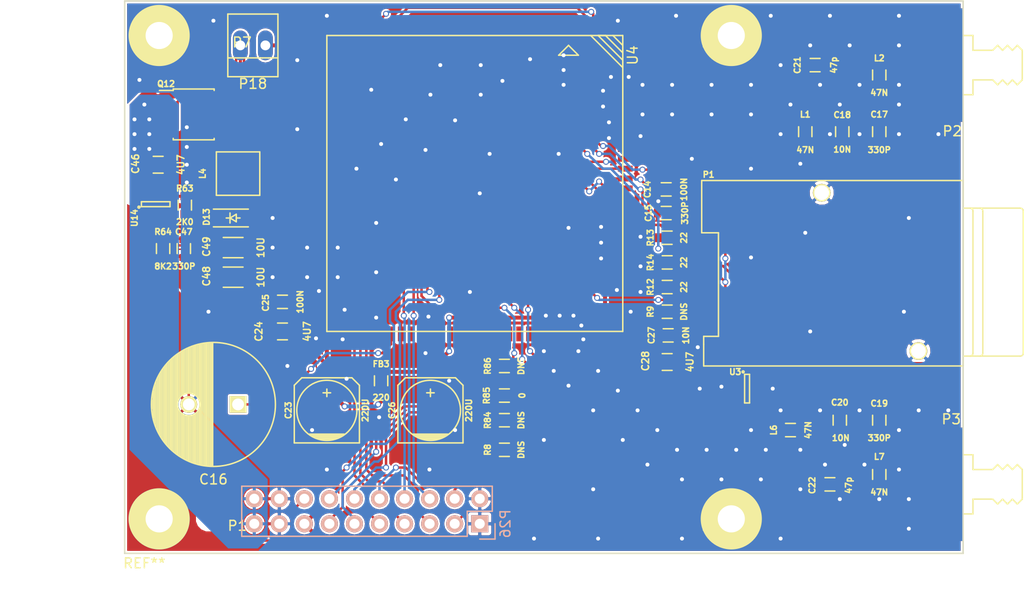
<source format=kicad_pcb>
(kicad_pcb (version 4) (host pcbnew 4.0.0-rc1-stable)
  (layers (0 F.Cu signal) (31 B.Cu signal) (34 B.Paste user) (35 F.Paste user) (36 B.SilkS user) (37 F.SilkS user) (38 B.Mask user) (39 F.Mask user) (44 Edge.Cuts user))
  (net 0 "")
  (net 1 GND)
  (net 2 SIMCARD_V)
  (net 3 "Net-(C16-Pad1)")
  (net 4 "Net-(C17-Pad2)")
  (net 5 GPS_ANT)
  (net 6 GSM_ANT)
  (net 7 GPS)
  (net 8 GSM)
  (net 9 4V1F1)
  (net 10 "Net-(C47-Pad1)")
  (net 11 "Net-(C47-Pad2)")
  (net 12 "Net-(D13-Pad1)")
  (net 13 SIMCARD_RESET)
  (net 14 SIMCARD_CLK)
  (net 15 SIMCARD_DATA)
  (net 16 "Net-(Q12-Pad1)")
  (net 17 "Net-(R12-Pad1)")
  (net 18 "Net-(R13-Pad1)")
  (net 19 "Net-(R14-Pad1)")
  (net 20 SIM_RI)
  (net 21 SIM_DTR)
  (net 22 "Net-(C19-Pad2)")
  (net 23 4V1_B)
  (net 24 12V0_C)
  (net 25 SIMCARD_B)
  (net 26 SIM_RF_OFF_B)
  (net 27 SIM_USB_DET_B)
  (net 28 SIM_PWR_ON_B)
  (net 29 SIM_DM_B)
  (net 30 SIM_RESET_B)
  (net 31 SIM_DP_B)
  (net 32 "Net-(P26-Pad10)")
  (net 33 SIM_RXD_B)
  (net 34 SIM_NET_B)
  (net 35 SIM_TXD_B)
  (net 36 SIM_PWR_B)
  (net 37 4V1_EN_B)
  (net 38 PC_WAKE)
  (module "Custom Parts:C_0603_SM" (layer F.Cu) (at 186 125 90)
    (fp_text reference C20 (at 1.8 0 180) (layer F.SilkS) (effects (font (size 0.6 0.6))))
    (fp_text value 10N (at -1.8 0.1 180) (layer F.SilkS) (effects (font (size 0.6 0.6))))
    (pad 1 smd rect (at -0.9 0 90) (size 0.7 0.9) (layers F.Cu F.Paste F.Mask) (net 22 "Net-(C19-Pad2)"))
    (pad 2 smd rect (at 0.9 0 90) (size 0.7 0.9) (layers F.Cu F.Paste F.Mask) (net 1 GND))
  )
  (module "Custom Parts:C_0603_SM" (layer F.Cu) (at 190 125 270)
    (fp_text reference C19 (at -1.7 0 360) (layer F.SilkS) (effects (font (size 0.6 0.6))))
    (fp_text value 330P (at 1.8 0 360) (layer F.SilkS) (effects (font (size 0.6 0.6))))
    (pad 1 smd rect (at -0.9 0 270) (size 0.7 0.9) (layers F.Cu F.Paste F.Mask) (net 1 GND))
    (pad 2 smd rect (at 0.9 0 270) (size 0.7 0.9) (layers F.Cu F.Paste F.Mask) (net 22 "Net-(C19-Pad2)"))
  )
  (module Pin_Headers:Pin_Header_Straight_2x10 (layer B.Cu) (at 149.5 135.5 90)
    (fp_text reference P26 (at 0 2.6 90) (layer B.SilkS) (effects (justify mirror)))
    (fp_text value CONN_02X08 hide)
    (pad 1 thru_hole rect (at 0 0 90) (size 1.7272 1.7272) (drill 1.016) (layers *.Cu *.Mask B.SilkS) (net 1 GND))
    (pad 2 thru_hole oval (at 2.54 0 90) (size 1.7272 1.7272) (drill 1.016) (layers *.Cu *.Mask B.SilkS) (net 1 GND))
    (pad 3 thru_hole oval (at 0 -2.54 90) (size 1.7272 1.7272) (drill 1.016) (layers *.Cu *.Mask B.SilkS) (net 25 SIMCARD_B))
    (pad 4 thru_hole oval (at 2.54 -2.54 90) (size 1.7272 1.7272) (drill 1.016) (layers *.Cu *.Mask B.SilkS) (net 26 SIM_RF_OFF_B))
    (pad 5 thru_hole oval (at 0 -5.08 90) (size 1.7272 1.7272) (drill 1.016) (layers *.Cu *.Mask B.SilkS) (net 27 SIM_USB_DET_B))
    (pad 6 thru_hole oval (at 2.54 -5.08 90) (size 1.7272 1.7272) (drill 1.016) (layers *.Cu *.Mask B.SilkS) (net 28 SIM_PWR_ON_B))
    (pad 7 thru_hole oval (at 0 -7.62 90) (size 1.7272 1.7272) (drill 1.016) (layers *.Cu *.Mask B.SilkS) (net 29 SIM_DM_B))
    (pad 8 thru_hole oval (at 2.54 -7.62 90) (size 1.7272 1.7272) (drill 1.016) (layers *.Cu *.Mask B.SilkS) (net 30 SIM_RESET_B))
    (pad 9 thru_hole oval (at 0 -10.16 90) (size 1.7272 1.7272) (drill 1.016) (layers *.Cu *.Mask B.SilkS) (net 31 SIM_DP_B))
    (pad 10 thru_hole oval (at 2.54 -10.16 90) (size 1.7272 1.7272) (drill 1.016) (layers *.Cu *.Mask B.SilkS) (net 32 "Net-(P26-Pad10)"))
    (pad 11 thru_hole oval (at 0 -12.7 90) (size 1.7272 1.7272) (drill 1.016) (layers *.Cu *.Mask B.SilkS) (net 33 SIM_RXD_B))
    (pad 12 thru_hole oval (at 2.54 -12.7 90) (size 1.7272 1.7272) (drill 1.016) (layers *.Cu *.Mask B.SilkS) (net 34 SIM_NET_B))
    (pad 13 thru_hole oval (at 0 -15.24 90) (size 1.7272 1.7272) (drill 1.016) (layers *.Cu *.Mask B.SilkS) (net 35 SIM_TXD_B))
    (pad 14 thru_hole oval (at 2.54 -15.24 90) (size 1.7272 1.7272) (drill 1.016) (layers *.Cu *.Mask B.SilkS) (net 36 SIM_PWR_B))
    (pad 15 thru_hole oval (at 0 -17.78 90) (size 1.7272 1.7272) (drill 1.016) (layers *.Cu *.Mask B.SilkS) (net 23 4V1_B))
    (pad 16 thru_hole oval (at 2.54 -17.78 90) (size 1.7272 1.7272) (drill 1.016) (layers *.Cu *.Mask B.SilkS) (net 37 4V1_EN_B))
    (pad 17 thru_hole oval (at 0 -20.32 90) (size 1.7272 1.7272) (drill 1.016) (layers *.Cu *.Mask B.SilkS) (net 1 GND))
    (pad 18 thru_hole oval (at 2.54 -20.32 90) (size 1.7272 1.7272) (drill 1.016) (layers *.Cu *.Mask B.SilkS) (net 1 GND))
    (pad 19 thru_hole oval (at 0 -22.86 90) (size 1.7272 1.7272) (drill 1.016) (layers *.Cu *.Mask B.SilkS) (net 24 12V0_C))
    (pad 20 thru_hole oval (at 2.54 -22.86 90) (size 1.7272 1.7272) (drill 1.016) (layers *.Cu *.Mask B.SilkS) (net 24 12V0_C))
  )
  (module "Custom Parts:C_0603_SM" (layer F.Cu) (at 190 130.5 90)
    (fp_text reference L7 (at 1.8 0 180) (layer F.SilkS) (effects (font (size 0.6 0.6))))
    (fp_text value 47N (at -1.8 0 180) (layer F.SilkS) (effects (font (size 0.6 0.6))))
    (pad 1 smd rect (at -0.9 0 90) (size 0.7 0.9) (layers F.Cu F.Paste F.Mask) (net 8 GSM))
    (pad 2 smd rect (at 0.9 0 90) (size 0.7 0.9) (layers F.Cu F.Paste F.Mask) (net 22 "Net-(C19-Pad2)"))
  )
  (module "Custom Parts:C_0603_SM" (layer F.Cu) (at 181 126)
    (fp_text reference L6 (at -1.7 0 90) (layer F.SilkS) (effects (font (size 0.6 0.6))))
    (fp_text value 47N (at 1.8 0 90) (layer F.SilkS) (effects (font (size 0.6 0.6))))
    (pad 1 smd rect (at -0.9 0) (size 0.7 0.9) (layers F.Cu F.Paste F.Mask) (net 9 4V1F1))
    (pad 2 smd rect (at 0.9 0) (size 0.7 0.9) (layers F.Cu F.Paste F.Mask) (net 22 "Net-(C19-Pad2)"))
  )
  (module "Custom Parts:C_0603_SM" (layer F.Cu) (at 185 131.5 180)
    (fp_text reference C22 (at 1.8 -0.1 270) (layer F.SilkS) (effects (font (size 0.6 0.6))))
    (fp_text value 47p (at -1.9 -0.1 270) (layer F.SilkS) (effects (font (size 0.6 0.6))))
    (pad 1 smd rect (at -0.9 0 180) (size 0.7 0.9) (layers F.Cu F.Paste F.Mask) (net 8 GSM))
    (pad 2 smd rect (at 0.9 0 180) (size 0.7 0.9) (layers F.Cu F.Paste F.Mask) (net 6 GSM_ANT))
  )
  (module "Custom Parts:C_0603_SM" (layer F.Cu) (at 183.5 89 180)
    (fp_text reference C21 (at 1.8 0 270) (layer F.SilkS) (effects (font (size 0.6 0.6))))
    (fp_text value 47p (at -1.9 0 270) (layer F.SilkS) (effects (font (size 0.6 0.6))))
    (pad 1 smd rect (at -0.9 0 180) (size 0.7 0.9) (layers F.Cu F.Paste F.Mask) (net 7 GPS))
    (pad 2 smd rect (at 0.9 0 180) (size 0.7 0.9) (layers F.Cu F.Paste F.Mask) (net 5 GPS_ANT))
  )
  (module "Custom Parts:R_0603_sm" (layer F.Cu) (at 152 119.5)
    (fp_text reference R86 (at -1.7 0 90) (layer F.SilkS) (effects (font (size 0.6 0.6))))
    (fp_text value DNS (at 1.7 0 90) (layer F.SilkS) (effects (font (size 0.6 0.6))))
    (pad 1 smd rect (at -0.9 0) (size 0.8 0.9) (layers F.Cu F.Paste F.Mask) (net 32 "Net-(P26-Pad10)"))
    (pad 2 smd rect (at 0.9 0) (size 0.8 0.9) (layers F.Cu F.Paste F.Mask) (net 21 SIM_DTR))
  )
  (module "Custom Parts:R_0603_sm" (layer F.Cu) (at 152 122.5 180)
    (fp_text reference R85 (at 1.8 0 270) (layer F.SilkS) (effects (font (size 0.6 0.6))))
    (fp_text value 0 (at -1.8 0 270) (layer F.SilkS) (effects (font (size 0.6 0.6))))
    (pad 1 smd rect (at -0.9 0 180) (size 0.8 0.9) (layers F.Cu F.Paste F.Mask) (net 32 "Net-(P26-Pad10)"))
    (pad 2 smd rect (at 0.9 0 180) (size 0.8 0.9) (layers F.Cu F.Paste F.Mask) (net 38 PC_WAKE))
  )
  (module "Custom Parts:R_0603_sm" (layer F.Cu) (at 152 125)
    (fp_text reference R84 (at -1.7 0 90) (layer F.SilkS) (effects (font (size 0.6 0.6))))
    (fp_text value DNS (at 1.7 0 90) (layer F.SilkS) (effects (font (size 0.6 0.6))))
    (pad 1 smd rect (at -0.9 0) (size 0.8 0.9) (layers F.Cu F.Paste F.Mask) (net 32 "Net-(P26-Pad10)"))
    (pad 2 smd rect (at 0.9 0) (size 0.8 0.9) (layers F.Cu F.Paste F.Mask) (net 20 SIM_RI))
  )
  (module "Custom Parts:R_0603_sm" (layer F.Cu) (at 117.4 107.6 90)
    (fp_text reference R64 (at 1.7 0 180) (layer F.SilkS) (effects (font (size 0.6 0.6))))
    (fp_text value 8K2 (at -1.8 0 180) (layer F.SilkS) (effects (font (size 0.6 0.6))))
    (pad 1 smd rect (at -0.9 0 90) (size 0.8 0.9) (layers F.Cu F.Paste F.Mask) (net 10 "Net-(C47-Pad1)"))
    (pad 2 smd rect (at 0.9 0 90) (size 0.8 0.9) (layers F.Cu F.Paste F.Mask) (net 11 "Net-(C47-Pad2)"))
  )
  (module "Custom Parts:R_0603_sm" (layer F.Cu) (at 119.6 103.2 270)
    (fp_text reference R63 (at -1.7 0 360) (layer F.SilkS) (effects (font (size 0.6 0.6))))
    (fp_text value 2K0 (at 1.7 0 360) (layer F.SilkS) (effects (font (size 0.6 0.6))))
    (pad 1 smd rect (at -0.9 0 270) (size 0.8 0.9) (layers F.Cu F.Paste F.Mask) (net 1 GND))
    (pad 2 smd rect (at 0.9 0 270) (size 0.8 0.9) (layers F.Cu F.Paste F.Mask) (net 11 "Net-(C47-Pad2)"))
  )
  (module "Custom Parts:R_0603_sm" (layer F.Cu) (at 168.5 109)
    (fp_text reference R14 (at -1.7 0 90) (layer F.SilkS) (effects (font (size 0.6 0.6))))
    (fp_text value 22 (at 1.7 0 90) (layer F.SilkS) (effects (font (size 0.6 0.6))))
    (pad 1 smd rect (at -0.9 0) (size 0.8 0.9) (layers F.Cu F.Paste F.Mask) (net 19 "Net-(R14-Pad1)"))
    (pad 2 smd rect (at 0.9 0) (size 0.8 0.9) (layers F.Cu F.Paste F.Mask) (net 14 SIMCARD_CLK))
  )
  (module "Custom Parts:R_0603_sm" (layer F.Cu) (at 168.5 106.5)
    (fp_text reference R13 (at -1.7 0 90) (layer F.SilkS) (effects (font (size 0.6 0.6))))
    (fp_text value 22 (at 1.7 0 90) (layer F.SilkS) (effects (font (size 0.6 0.6))))
    (pad 1 smd rect (at -0.9 0) (size 0.8 0.9) (layers F.Cu F.Paste F.Mask) (net 18 "Net-(R13-Pad1)"))
    (pad 2 smd rect (at 0.9 0) (size 0.8 0.9) (layers F.Cu F.Paste F.Mask) (net 13 SIMCARD_RESET))
  )
  (module "Custom Parts:R_0603_sm" (layer F.Cu) (at 168.5 111.5)
    (fp_text reference R12 (at -1.7 0 90) (layer F.SilkS) (effects (font (size 0.6 0.6))))
    (fp_text value 22 (at 1.7 0 90) (layer F.SilkS) (effects (font (size 0.6 0.6))))
    (pad 1 smd rect (at -0.9 0) (size 0.8 0.9) (layers F.Cu F.Paste F.Mask) (net 17 "Net-(R12-Pad1)"))
    (pad 2 smd rect (at 0.9 0) (size 0.8 0.9) (layers F.Cu F.Paste F.Mask) (net 15 SIMCARD_DATA))
  )
  (module "Custom Parts:R_0603_sm" (layer F.Cu) (at 168.5 114)
    (fp_text reference R9 (at -1.7 0 90) (layer F.SilkS) (effects (font (size 0.6 0.6))))
    (fp_text value DNS (at 1.7 0 90) (layer F.SilkS) (effects (font (size 0.6 0.6))))
    (pad 1 smd rect (at -0.9 0) (size 0.8 0.9) (layers F.Cu F.Paste F.Mask) (net 1 GND))
    (pad 2 smd rect (at 0.9 0) (size 0.8 0.9) (layers F.Cu F.Paste F.Mask) (net 25 SIMCARD_B))
  )
  (module "Custom Parts:R_0603_sm" (layer F.Cu) (at 152 128)
    (fp_text reference R8 (at -1.7 0 90) (layer F.SilkS) (effects (font (size 0.6 0.6))))
    (fp_text value DNS (at 1.7 0 90) (layer F.SilkS) (effects (font (size 0.6 0.6))))
    (pad 1 smd rect (at -0.9 0) (size 0.8 0.9) (layers F.Cu F.Paste F.Mask) (net 25 SIMCARD_B))
    (pad 2 smd rect (at 0.9 0) (size 0.8 0.9) (layers F.Cu F.Paste F.Mask) (net 23 4V1_B))
  )
  (module "Custom Parts:C_0603_SM" (layer F.Cu) (at 190 90 270)
    (fp_text reference L2 (at -1.7 0 360) (layer F.SilkS) (effects (font (size 0.6 0.6))))
    (fp_text value 47N (at 1.8 0 360) (layer F.SilkS) (effects (font (size 0.6 0.6))))
    (pad 1 smd rect (at -0.9 0 270) (size 0.7 0.9) (layers F.Cu F.Paste F.Mask) (net 7 GPS))
    (pad 2 smd rect (at 0.9 0 270) (size 0.7 0.9) (layers F.Cu F.Paste F.Mask) (net 4 "Net-(C17-Pad2)"))
  )
  (module "Custom Parts:C_0603_SM" (layer F.Cu) (at 182.5 95.75 90)
    (fp_text reference L1 (at 1.75 0 180) (layer F.SilkS) (effects (font (size 0.6 0.6))))
    (fp_text value 47N (at -1.85 0 180) (layer F.SilkS) (effects (font (size 0.6 0.6))))
    (pad 1 smd rect (at -0.9 0 90) (size 0.7 0.9) (layers F.Cu F.Paste F.Mask) (net 9 4V1F1))
    (pad 2 smd rect (at 0.9 0 90) (size 0.7 0.9) (layers F.Cu F.Paste F.Mask) (net 4 "Net-(C17-Pad2)"))
  )
  (module "Custom Parts:R_0603_sm" (layer F.Cu) (at 139.5 121 270)
    (fp_text reference FB3 (at -1.7 0 360) (layer F.SilkS) (effects (font (size 0.6 0.6))))
    (fp_text value 220 (at 1.7 0 360) (layer F.SilkS) (effects (font (size 0.6 0.6))))
    (pad 1 smd rect (at -0.9 0 270) (size 0.8 0.9) (layers F.Cu F.Paste F.Mask) (net 9 4V1F1))
    (pad 2 smd rect (at 0.9 0 270) (size 0.8 0.9) (layers F.Cu F.Paste F.Mask) (net 23 4V1_B))
  )
  (module "Custom Parts:C_1206_SM" (layer F.Cu) (at 124.5 107.5)
    (fp_text reference C49 (at -2.7 -0.1 90) (layer F.SilkS) (effects (font (size 0.7 0.7))))
    (fp_text value 10U (at 2.8 0 90) (layer F.SilkS) (effects (font (size 0.7 0.7))))
    (pad 1 smd rect (at -1.6 0) (size 1.2 1.6) (layers F.Cu F.Paste F.Mask) (net 10 "Net-(C47-Pad1)"))
    (pad 2 smd rect (at 1.6 0) (size 1.2 1.6) (layers F.Cu F.Paste F.Mask) (net 1 GND))
  )
  (module "Custom Parts:C_1206_SM" (layer F.Cu) (at 124.5 110.5)
    (fp_text reference C48 (at -2.7 -0.1 90) (layer F.SilkS) (effects (font (size 0.7 0.7))))
    (fp_text value 10U (at 2.8 0 90) (layer F.SilkS) (effects (font (size 0.7 0.7))))
    (pad 1 smd rect (at -1.6 0) (size 1.2 1.6) (layers F.Cu F.Paste F.Mask) (net 10 "Net-(C47-Pad1)"))
    (pad 2 smd rect (at 1.6 0) (size 1.2 1.6) (layers F.Cu F.Paste F.Mask) (net 1 GND))
  )
  (module "Custom Parts:C_0603_SM" (layer F.Cu) (at 119.5 107.6 90)
    (fp_text reference C47 (at 1.7 0 180) (layer F.SilkS) (effects (font (size 0.6 0.6))))
    (fp_text value 330P (at -1.8 0 180) (layer F.SilkS) (effects (font (size 0.6 0.6))))
    (pad 1 smd rect (at -0.9 0 90) (size 0.7 0.9) (layers F.Cu F.Paste F.Mask) (net 10 "Net-(C47-Pad1)"))
    (pad 2 smd rect (at 0.9 0 90) (size 0.7 0.9) (layers F.Cu F.Paste F.Mask) (net 11 "Net-(C47-Pad2)"))
  )
  (module "Custom Parts:C_0805_SM" (layer F.Cu) (at 116.9 99.1)
    (fp_text reference C46 (at -2.3 -0.1 90) (layer F.SilkS) (effects (font (size 0.7 0.7))))
    (fp_text value 4U7 (at 2.3 0 90) (layer F.SilkS) (effects (font (size 0.7 0.7))))
    (pad 1 smd rect (at -1.1 0) (size 1.2 1.25) (layers F.Cu F.Paste F.Mask) (net 24 12V0_C))
    (pad 2 smd rect (at 1.1 0) (size 1.2 1.25) (layers F.Cu F.Paste F.Mask) (net 1 GND))
  )
  (module "Custom Parts:C_0805_SM" (layer F.Cu) (at 168.5 119.1)
    (fp_text reference C28 (at -2.2 -0.1 90) (layer F.SilkS) (effects (font (size 0.7 0.7))))
    (fp_text value 4U7 (at 2.3 0 90) (layer F.SilkS) (effects (font (size 0.7 0.7))))
    (pad 1 smd rect (at -1.1 0) (size 1.2 1.25) (layers F.Cu F.Paste F.Mask) (net 9 4V1F1))
    (pad 2 smd rect (at 1.1 0) (size 1.2 1.25) (layers F.Cu F.Paste F.Mask) (net 1 GND))
  )
  (module "Custom Parts:C_0603_SM" (layer F.Cu) (at 168.6 116.4)
    (fp_text reference C27 (at -1.7 0 90) (layer F.SilkS) (effects (font (size 0.6 0.6))))
    (fp_text value 10N (at 1.8 0 90) (layer F.SilkS) (effects (font (size 0.6 0.6))))
    (pad 1 smd rect (at -0.9 0) (size 0.7 0.9) (layers F.Cu F.Paste F.Mask) (net 9 4V1F1))
    (pad 2 smd rect (at 0.9 0) (size 0.7 0.9) (layers F.Cu F.Paste F.Mask) (net 1 GND))
  )
  (module "Custom Parts:C_0603_SM" (layer F.Cu) (at 129.5 113 180)
    (fp_text reference C25 (at 1.7 -0.1 270) (layer F.SilkS) (effects (font (size 0.6 0.6))))
    (fp_text value 100N (at -1.8 0 270) (layer F.SilkS) (effects (font (size 0.6 0.6))))
    (pad 1 smd rect (at -0.9 0 180) (size 0.7 0.9) (layers F.Cu F.Paste F.Mask) (net 23 4V1_B))
    (pad 2 smd rect (at 0.9 0 180) (size 0.7 0.9) (layers F.Cu F.Paste F.Mask) (net 1 GND))
  )
  (module "Custom Parts:C_0805_SM" (layer F.Cu) (at 129.5 116 180)
    (fp_text reference C24 (at 2.4 0 270) (layer F.SilkS) (effects (font (size 0.7 0.7))))
    (fp_text value 4U7 (at -2.5 0 270) (layer F.SilkS) (effects (font (size 0.7 0.7))))
    (pad 1 smd rect (at -1.1 0 180) (size 1.2 1.25) (layers F.Cu F.Paste F.Mask) (net 23 4V1_B))
    (pad 2 smd rect (at 1.1 0 180) (size 1.2 1.25) (layers F.Cu F.Paste F.Mask) (net 1 GND))
  )
  (module "Custom Parts:C_0603_SM" (layer F.Cu) (at 186.25 95.75 270)
    (fp_text reference C18 (at -1.7 0 360) (layer F.SilkS) (effects (font (size 0.6 0.6))))
    (fp_text value 10N (at 1.8 0 360) (layer F.SilkS) (effects (font (size 0.6 0.6))))
    (pad 1 smd rect (at -0.9 0 270) (size 0.7 0.9) (layers F.Cu F.Paste F.Mask) (net 4 "Net-(C17-Pad2)"))
    (pad 2 smd rect (at 0.9 0 270) (size 0.7 0.9) (layers F.Cu F.Paste F.Mask) (net 1 GND))
  )
  (module "Custom Parts:C_0603_SM" (layer F.Cu) (at 190 95.75 90)
    (fp_text reference C17 (at 1.75 0 180) (layer F.SilkS) (effects (font (size 0.6 0.6))))
    (fp_text value 330P (at -1.85 0 180) (layer F.SilkS) (effects (font (size 0.6 0.6))))
    (pad 1 smd rect (at -0.9 0 90) (size 0.7 0.9) (layers F.Cu F.Paste F.Mask) (net 1 GND))
    (pad 2 smd rect (at 0.9 0 90) (size 0.7 0.9) (layers F.Cu F.Paste F.Mask) (net 4 "Net-(C17-Pad2)"))
  )
  (module "Custom Parts:C_0603_SM" (layer F.Cu) (at 168.4 104 180)
    (fp_text reference C15 (at 1.8 0 270) (layer F.SilkS) (effects (font (size 0.6 0.6))))
    (fp_text value 330P (at -1.9 0 270) (layer F.SilkS) (effects (font (size 0.6 0.6))))
    (pad 1 smd rect (at -0.9 0 180) (size 0.7 0.9) (layers F.Cu F.Paste F.Mask) (net 2 SIMCARD_V))
    (pad 2 smd rect (at 0.9 0 180) (size 0.7 0.9) (layers F.Cu F.Paste F.Mask) (net 1 GND))
  )
  (module "Custom Parts:C_0603_SM" (layer F.Cu) (at 168.4 101.6 180)
    (fp_text reference C14 (at 1.9 0 270) (layer F.SilkS) (effects (font (size 0.6 0.6))))
    (fp_text value 100N (at -1.8 0 270) (layer F.SilkS) (effects (font (size 0.6 0.6))))
    (pad 1 smd rect (at -0.9 0 180) (size 0.7 0.9) (layers F.Cu F.Paste F.Mask) (net 2 SIMCARD_V))
    (pad 2 smd rect (at 0.9 0 180) (size 0.7 0.9) (layers F.Cu F.Paste F.Mask) (net 1 GND))
  )
  (module "Custom Parts:SOIC-8_MOS" (layer F.Cu) (at 120.5 94)
    (fp_text reference Q12 (at -2.8 -3.1) (layer F.SilkS) (effects (font (size 0.6 0.6))))
    (fp_text value IRF9335 hide)
    (pad 2 smd rect (at -2.7 -1.905) (size 1.55 0.6) (layers F.Cu F.Paste F.Mask) (net 24 12V0_C))
    (pad 2 smd rect (at -2.7 -0.635) (size 1.55 0.6) (layers F.Cu F.Paste F.Mask) (net 24 12V0_C))
    (pad 2 smd rect (at -2.7 0.635) (size 1.55 0.6) (layers F.Cu F.Paste F.Mask) (net 24 12V0_C))
    (pad 1 smd rect (at -2.7 1.905) (size 1.55 0.6) (layers F.Cu F.Paste F.Mask) (net 16 "Net-(Q12-Pad1)"))
    (pad 3 smd rect (at 2.7 1.905) (size 1.55 0.6) (layers F.Cu F.Paste F.Mask) (net 12 "Net-(D13-Pad1)"))
    (pad 3 smd rect (at 2.7 0.635) (size 1.55 0.6) (layers F.Cu F.Paste F.Mask) (net 12 "Net-(D13-Pad1)"))
    (pad 3 smd rect (at 2.7 -0.635) (size 1.55 0.6) (layers F.Cu F.Paste F.Mask) (net 12 "Net-(D13-Pad1)"))
    (pad 3 smd rect (at 2.7 -1.905) (size 1.55 0.6) (layers F.Cu F.Paste F.Mask) (net 12 "Net-(D13-Pad1)"))
  )
  (module Housings_SOT-23_SOT-143_TSOT-6:SOT-23-5 (layer F.Cu) (at 116.65 103.1 90)
    (fp_text reference U14 (at -1.4 -2.15 90) (layer F.SilkS) (effects (font (size 0.6 0.6))))
    (fp_text value XRP6124 hide)
    (pad 1 smd rect (at -1.1 -0.95 90) (size 1.06 0.65) (layers F.Cu F.Paste F.Mask) (net 37 4V1_EN_B))
    (pad 2 smd rect (at -1.1 0 90) (size 1.06 0.65) (layers F.Cu F.Paste F.Mask) (net 1 GND))
    (pad 3 smd rect (at -1.1 0.95 90) (size 1.06 0.65) (layers F.Cu F.Paste F.Mask) (net 11 "Net-(C47-Pad2)"))
    (pad 4 smd rect (at 1.1 0.95 90) (size 1.06 0.65) (layers F.Cu F.Paste F.Mask) (net 16 "Net-(Q12-Pad1)"))
    (pad 5 smd rect (at 1.1 -0.95 90) (size 1.06 0.65) (layers F.Cu F.Paste F.Mask) (net 24 12V0_C))
  )
  (module "Custom Parts:SIM5320" (layer F.Cu) (at 149 101 270)
    (fp_text reference U4 (at -13 -16 270) (layer F.SilkS))
    (fp_text value SIM5320 hide)
    (pad 1 smd rect (at -15.25 -9.5 270) (size 1.8 0.6) (layers F.Cu F.Paste F.Mask) (net 1 GND))
    (pad 2 smd rect (at -15.25 -8.5 270) (size 1.8 0.6) (layers F.Cu F.Paste F.Mask) (net 1 GND))
    (pad 3 smd rect (at -15.25 -7.5 270) (size 1.8 0.6) (layers F.Cu F.Paste F.Mask) (net 28 SIM_PWR_ON_B))
    (pad 4 smd rect (at -15.25 -6.5 270) (size 1.8 0.6) (layers F.Cu F.Paste F.Mask) (net 30 SIM_RESET_B))
    (pad 5 smd rect (at -15.25 -5.5 270) (size 1.8 0.6) (layers F.Cu F.Paste F.Mask) (net 1 GND))
    (pad 6 smd rect (at -15.25 -4.5 270) (size 1.8 0.6) (layers F.Cu F.Paste F.Mask))
    (pad 7 smd rect (at -15.25 -3.5 270) (size 1.8 0.6) (layers F.Cu F.Paste F.Mask))
    (pad 8 smd rect (at -15.25 -2.5 270) (size 1.8 0.6) (layers F.Cu F.Paste F.Mask))
    (pad 9 smd rect (at -15.25 -1.5 270) (size 1.8 0.6) (layers F.Cu F.Paste F.Mask))
    (pad 10 smd rect (at -15.25 -0.5 270) (size 1.8 0.6) (layers F.Cu F.Paste F.Mask) (net 1 GND))
    (pad 11 smd rect (at -15.25 0.5 270) (size 1.8 0.6) (layers F.Cu F.Paste F.Mask) (net 27 SIM_USB_DET_B))
    (pad 12 smd rect (at -15.25 1.5 270) (size 1.8 0.6) (layers F.Cu F.Paste F.Mask) (net 29 SIM_DM_B))
    (pad 13 smd rect (at -15.25 2.5 270) (size 1.8 0.6) (layers F.Cu F.Paste F.Mask) (net 31 SIM_DP_B))
    (pad 14 smd rect (at -15.25 3.5 270) (size 1.8 0.6) (layers F.Cu F.Paste F.Mask) (net 1 GND))
    (pad 15 smd rect (at -15.25 4.5 270) (size 1.8 0.6) (layers F.Cu F.Paste F.Mask))
    (pad 16 smd rect (at -15.25 5.5 270) (size 1.8 0.6) (layers F.Cu F.Paste F.Mask))
    (pad 17 smd rect (at -15.25 6.5 270) (size 1.8 0.6) (layers F.Cu F.Paste F.Mask) (net 17 "Net-(R12-Pad1)"))
    (pad 18 smd rect (at -15.25 7.5 270) (size 1.8 0.6) (layers F.Cu F.Paste F.Mask) (net 18 "Net-(R13-Pad1)"))
    (pad 19 smd rect (at -15.25 8.5 270) (size 1.8 0.6) (layers F.Cu F.Paste F.Mask) (net 19 "Net-(R14-Pad1)"))
    (pad 20 smd rect (at -15.25 9.5 270) (size 1.8 0.6) (layers F.Cu F.Paste F.Mask) (net 2 SIMCARD_V))
    (pad 21 smd rect (at -9.5 15.25) (size 1.5 0.6) (layers F.Cu F.Paste F.Mask))
    (pad 22 smd rect (at -8.5 15.25) (size 1.5 0.6) (layers F.Cu F.Paste F.Mask))
    (pad 23 smd rect (at -7.5 15.25) (size 1.5 0.6) (layers F.Cu F.Paste F.Mask))
    (pad 24 smd rect (at -6.5 15.25) (size 1.5 0.6) (layers F.Cu F.Paste F.Mask))
    (pad 25 smd rect (at -5.5 15.25) (size 1.5 0.6) (layers F.Cu F.Paste F.Mask))
    (pad 26 smd rect (at -4.5 15.25) (size 1.5 0.6) (layers F.Cu F.Paste F.Mask))
    (pad 27 smd rect (at -3.5 15.25) (size 1.5 0.6) (layers F.Cu F.Paste F.Mask))
    (pad 28 smd rect (at -2.5 15.25) (size 1.5 0.6) (layers F.Cu F.Paste F.Mask))
    (pad 29 smd rect (at -1.5 15.25) (size 1.5 0.6) (layers F.Cu F.Paste F.Mask))
    (pad 30 smd rect (at -0.5 15.25) (size 1.5 0.6) (layers F.Cu F.Paste F.Mask))
    (pad 31 smd rect (at 0.5 15.25) (size 1.5 0.6) (layers F.Cu F.Paste F.Mask))
    (pad 32 smd rect (at 1.5 15.25) (size 1.5 0.6) (layers F.Cu F.Paste F.Mask))
    (pad 33 smd rect (at 2.5 15.25) (size 1.5 0.6) (layers F.Cu F.Paste F.Mask))
    (pad 34 smd rect (at 3.5 15.25) (size 1.5 0.6) (layers F.Cu F.Paste F.Mask))
    (pad 35 smd rect (at 4.5 15.25) (size 1.5 0.6) (layers F.Cu F.Paste F.Mask))
    (pad 36 smd rect (at 5.5 15.25) (size 1.5 0.6) (layers F.Cu F.Paste F.Mask))
    (pad 37 smd rect (at 6.5 15.25) (size 1.5 0.6) (layers F.Cu F.Paste F.Mask) (net 1 GND))
    (pad 38 smd rect (at 7.5 15.25) (size 1.5 0.6) (layers F.Cu F.Paste F.Mask) (net 23 4V1_B))
    (pad 39 smd rect (at 8.5 15.25) (size 1.5 0.6) (layers F.Cu F.Paste F.Mask) (net 23 4V1_B))
    (pad 40 smd rect (at 9.5 15.25) (size 1.5 0.6) (layers F.Cu F.Paste F.Mask) (net 1 GND))
    (pad 41 smd rect (at 15.25 9.5 90) (size 1.5 0.6) (layers F.Cu F.Paste F.Mask) (net 1 GND))
    (pad 42 smd rect (at 15.25 8.5 90) (size 1.5 0.6) (layers F.Cu F.Paste F.Mask) (net 3 "Net-(C16-Pad1)"))
    (pad 43 smd rect (at 15.25 7.5 90) (size 1.5 0.6) (layers F.Cu F.Paste F.Mask) (net 1 GND))
    (pad 44 smd rect (at 15.25 6.5 90) (size 1.5 0.6) (layers F.Cu F.Paste F.Mask))
    (pad 45 smd rect (at 15.25 5.5 90) (size 1.5 0.6) (layers F.Cu F.Paste F.Mask))
    (pad 46 smd rect (at 15.25 4.5 90) (size 1.5 0.6) (layers F.Cu F.Paste F.Mask))
    (pad 47 smd rect (at 15.25 3.5 90) (size 1.5 0.6) (layers F.Cu F.Paste F.Mask))
    (pad 48 smd rect (at 15.25 2.5 90) (size 1.5 0.6) (layers F.Cu F.Paste F.Mask))
    (pad 49 smd rect (at 15.25 1.5 90) (size 1.5 0.6) (layers F.Cu F.Paste F.Mask) (net 36 SIM_PWR_B))
    (pad 50 smd rect (at 15.25 0.5 90) (size 1.5 0.6) (layers F.Cu F.Paste F.Mask))
    (pad 51 smd rect (at 15.25 -0.5 90) (size 1.5 0.6) (layers F.Cu F.Paste F.Mask) (net 34 SIM_NET_B))
    (pad 52 smd rect (at 15.25 -1.5 90) (size 1.5 0.6) (layers F.Cu F.Paste F.Mask) (net 38 PC_WAKE))
    (pad 53 smd rect (at 15.25 -2.5 90) (size 1.5 0.6) (layers F.Cu F.Paste F.Mask))
    (pad 54 smd rect (at 15.25 -3.5 90) (size 1.5 0.6) (layers F.Cu F.Paste F.Mask) (net 26 SIM_RF_OFF_B))
    (pad 55 smd rect (at 15.25 -4.5 90) (size 1.5 0.6) (layers F.Cu F.Paste F.Mask))
    (pad 56 smd rect (at 15.25 -5.5 90) (size 1.5 0.6) (layers F.Cu F.Paste F.Mask))
    (pad 57 smd rect (at 15.25 -6.5 90) (size 1.5 0.6) (layers F.Cu F.Paste F.Mask) (net 1 GND))
    (pad 58 smd rect (at 15.25 -7.5 90) (size 1.5 0.6) (layers F.Cu F.Paste F.Mask) (net 1 GND))
    (pad 59 smd rect (at 15.25 -8.5 90) (size 1.5 0.6) (layers F.Cu F.Paste F.Mask) (net 6 GSM_ANT))
    (pad 60 smd rect (at 15.25 -9.5 90) (size 1.5 0.6) (layers F.Cu F.Paste F.Mask) (net 1 GND))
    (pad 61 smd rect (at 9.5 -15.25 180) (size 1.5 0.6) (layers F.Cu F.Paste F.Mask) (net 1 GND))
    (pad 62 smd rect (at 8.5 -15.25 180) (size 1.5 0.6) (layers F.Cu F.Paste F.Mask) (net 9 4V1F1))
    (pad 63 smd rect (at 7.5 -15.25 180) (size 1.5 0.6) (layers F.Cu F.Paste F.Mask) (net 9 4V1F1))
    (pad 64 smd rect (at 6.5 -15.25 180) (size 1.5 0.6) (layers F.Cu F.Paste F.Mask) (net 1 GND))
    (pad 65 smd rect (at 5.5 -15.25 180) (size 1.5 0.6) (layers F.Cu F.Paste F.Mask) (net 1 GND))
    (pad 66 smd rect (at 4.5 -15.25 180) (size 1.5 0.6) (layers F.Cu F.Paste F.Mask))
    (pad 67 smd rect (at 3.5 -15.25 180) (size 1.5 0.6) (layers F.Cu F.Paste F.Mask))
    (pad 68 smd rect (at 2.5 -15.25 180) (size 1.5 0.6) (layers F.Cu F.Paste F.Mask) (net 33 SIM_RXD_B))
    (pad 69 smd rect (at 1.5 -15.25 180) (size 1.5 0.6) (layers F.Cu F.Paste F.Mask) (net 20 SIM_RI))
    (pad 70 smd rect (at 0.5 -15.25 180) (size 1.5 0.6) (layers F.Cu F.Paste F.Mask))
    (pad 71 smd rect (at -0.5 -15.25 180) (size 1.5 0.6) (layers F.Cu F.Paste F.Mask) (net 35 SIM_TXD_B))
    (pad 72 smd rect (at -1.5 -15.25 180) (size 1.5 0.6) (layers F.Cu F.Paste F.Mask) (net 21 SIM_DTR))
    (pad 73 smd rect (at -2.5 -15.25 180) (size 1.5 0.6) (layers F.Cu F.Paste F.Mask))
    (pad 74 smd rect (at -3.5 -15.25 180) (size 1.5 0.6) (layers F.Cu F.Paste F.Mask))
    (pad 75 smd rect (at -4.5 -15.25 180) (size 1.5 0.6) (layers F.Cu F.Paste F.Mask))
    (pad 76 smd rect (at -5.5 -15.25 180) (size 1.5 0.6) (layers F.Cu F.Paste F.Mask))
    (pad 77 smd rect (at -6.5 -15.25 180) (size 1.5 0.6) (layers F.Cu F.Paste F.Mask) (net 1 GND))
    (pad 78 smd rect (at -7.5 -15.25 180) (size 1.5 0.6) (layers F.Cu F.Paste F.Mask) (net 1 GND))
    (pad 79 smd rect (at -8.5 -15.25 180) (size 1.5 0.6) (layers F.Cu F.Paste F.Mask) (net 5 GPS_ANT))
    (pad 80 smd rect (at -9.5 -15.25 180) (size 1.5 0.6) (layers F.Cu F.Paste F.Mask) (net 1 GND))
  )
  (module Housings_SOT-23_SOT-143_TSOT-6:SOT-23-6 (layer F.Cu) (at 176.6 121.8)
    (fp_text reference U3 (at -1.2 -1.7) (layer F.SilkS) (effects (font (size 0.6 0.6))))
    (fp_text value MMQA5V6T3G hide)
    (pad 1 smd rect (at -1.1 -0.95) (size 1.06 0.65) (layers F.Cu F.Paste F.Mask) (net 14 SIMCARD_CLK))
    (pad 2 smd rect (at -1.1 0) (size 1.06 0.65) (layers F.Cu F.Paste F.Mask) (net 1 GND))
    (pad 3 smd rect (at -1.1 0.95) (size 1.06 0.65) (layers F.Cu F.Paste F.Mask) (net 15 SIMCARD_DATA))
    (pad 4 smd rect (at 1.1 0.95) (size 1.06 0.65) (layers F.Cu F.Paste F.Mask) (net 2 SIMCARD_V))
    (pad 6 smd rect (at 1.1 -0.95) (size 1.06 0.65) (layers F.Cu F.Paste F.Mask) (net 13 SIMCARD_RESET))
    (pad 5 smd rect (at 1.1 0) (size 1.06 0.65) (layers F.Cu F.Paste F.Mask) (net 1 GND))
  )
  (module Connect:PINHEAD1-2 (layer F.Cu) (at 126.5 87 180)
    (fp_text reference P18 (at 0 -3.9 180) (layer F.SilkS))
    (fp_text value CUR_SEN hide)
    (pad 1 thru_hole oval (at -1.27 0 180) (size 1.50622 3.01498) (drill 0.99822) (layers *.Cu *.Mask) (net 23 4V1_B))
    (pad 2 thru_hole oval (at 1.27 0 180) (size 1.50622 3.01498) (drill 0.99822) (layers *.Cu *.Mask) (net 10 "Net-(C47-Pad1)"))
  )
  (module Fiducials:Fiducial_1mm_Dia_2.54mm_Outer_CopperTop (layer F.Cu) (at 170 86)
    (fp_text reference P16 (at 3.4 0.7) (layer F.SilkS))
    (fp_text value Ficudial4 hide)
    (pad ~ smd circle (at 0 0) (size 1 1) (layers F.Cu F.Mask) (clearance 0.77))
  )
  (module Fiducials:Fiducial_1mm_Dia_2.54mm_Outer_CopperTop (layer F.Cu) (at 170 135)
    (fp_text reference P13 (at 3.4 0.7) (layer F.SilkS))
    (fp_text value Ficudial3 hide)
    (pad ~ smd circle (at 0 0) (size 1 1) (layers F.Cu F.Mask) (clearance 0.77))
  )
  (module Fiducials:Fiducial_1mm_Dia_2.54mm_Outer_CopperTop (layer F.Cu) (at 122 135)
    (fp_text reference P11 (at 3.4 0.7) (layer F.SilkS))
    (fp_text value Ficudial2 hide)
    (pad ~ smd circle (at 0 0) (size 1 1) (layers F.Cu F.Mask) (clearance 0.77))
  )
  (module Fiducials:Fiducial_1mm_Dia_2.54mm_Outer_CopperTop (layer F.Cu) (at 122 86)
    (fp_text reference P7 (at 3.4 0.7) (layer F.SilkS))
    (fp_text value Ficudial1 hide)
    (pad ~ smd circle (at 0 0) (size 1 1) (layers F.Cu F.Mask) (clearance 0.77))
  )
  (module "Custom Parts:SMA-RA_142-0701-801" (layer F.Cu) (at 198.5 131.5 270)
    (fp_text reference P3 (at -6.6 1.2 360) (layer F.SilkS))
    (fp_text value SMA hide)
    (pad 1 smd rect (at 0 2.5 270) (size 1.1 5) (layers F.Cu F.Mask) (net 8 GSM))
    (pad 2 smd rect (at -4.25 2.5 270) (size 3 5) (layers F.Cu F.Mask) (net 1 GND))
    (pad 2 smd rect (at 4.25 2.5 270) (size 3 5) (layers F.Cu F.Mask) (net 1 GND))
    (pad 2 smd rect (at 0 2.5 270) (size 11.5 5) (layers B.Cu B.Mask) (net 1 GND))
  )
  (module "Custom Parts:SMA-RA_142-0701-801" (layer F.Cu) (at 198.5 89 270)
    (fp_text reference P2 (at 6.7 1.1 360) (layer F.SilkS))
    (fp_text value SMA hide)
    (pad 1 smd rect (at 0 2.5 270) (size 1.1 5) (layers F.Cu F.Mask) (net 7 GPS))
    (pad 2 smd rect (at -4.25 2.5 270) (size 3 5) (layers F.Cu F.Mask) (net 1 GND))
    (pad 2 smd rect (at 4.25 2.5 270) (size 3 5) (layers F.Cu F.Mask) (net 1 GND))
    (pad 2 smd rect (at 0 2.5 270) (size 11.5 5) (layers B.Cu B.Mask) (net 1 GND))
  )
  (module "Custom Parts:47553-1001" (layer F.Cu) (at 186 110)
    (fp_text reference P1 (at -13.3 -9.9 180) (layer F.SilkS) (effects (font (size 0.6 0.6))))
    (fp_text value 47553-1001 hide)
    (pad C1 smd rect (at -13.495 -3.17) (size 2.3 1) (layers F.Cu F.Paste F.Mask) (net 2 SIMCARD_V))
    (pad C2 smd rect (at -13.495 -0.63) (size 2.3 1) (layers F.Cu F.Paste F.Mask) (net 13 SIMCARD_RESET))
    (pad C3 smd rect (at -13.495 1.91) (size 2.3 1) (layers F.Cu F.Paste F.Mask) (net 14 SIMCARD_CLK))
    (pad SW2 smd rect (at -13.495 5.72) (size 2.3 1) (layers F.Cu F.Paste F.Mask) (net 1 GND))
    (pad C5 smd rect (at -13.495 -1.9) (size 2.3 1) (layers F.Cu F.Paste F.Mask) (net 1 GND))
    (pad C6 smd rect (at -13.495 0.64) (size 2.3 1) (layers F.Cu F.Paste F.Mask) (net 2 SIMCARD_V))
    (pad C7 smd rect (at -13.495 3.18) (size 2.3 1) (layers F.Cu F.Paste F.Mask) (net 15 SIMCARD_DATA))
    (pad SW1 smd rect (at -13.495 4.45) (size 2.3 1) (layers F.Cu F.Paste F.Mask) (net 25 SIMCARD_B))
    (pad A smd rect (at 7.2 -10.45) (size 4 2) (layers F.Cu F.Paste F.Mask) (net 1 GND))
    (pad B smd rect (at 7.2 10.1) (size 4 2) (layers F.Cu F.Paste F.Mask) (net 1 GND))
    (pad "" thru_hole circle (at 7.97 7.99) (size 1.8 1.8) (drill 1.5) (layers *.Cu *.Mask F.SilkS) (net 1 GND))
    (pad "" thru_hole circle (at -1.83 -8.06) (size 1.8 1.8) (drill 1.5) (layers *.Cu *.Mask F.SilkS) (net 1 GND))
  )
  (module "Custom Parts:4.5x4.5mm_Ind" (layer F.Cu) (at 125 100)
    (fp_text reference L4 (at -3.6 0 90) (layer F.SilkS) (effects (font (size 0.6 0.6))))
    (fp_text value 5U6 hide)
    (pad 1 smd rect (at -2.2 0) (size 1.5 2.4) (layers F.Cu F.Paste F.Mask) (net 12 "Net-(D13-Pad1)"))
    (pad 2 smd rect (at 2.2 0) (size 1.5 2.4) (layers F.Cu F.Paste F.Mask) (net 10 "Net-(C47-Pad1)"))
  )
  (module Diodes_SMD:SOD-123 (layer F.Cu) (at 124.5 104.5)
    (fp_text reference D13 (at -2.7 -0.1 90) (layer F.SilkS) (effects (font (size 0.6 0.6))))
    (fp_text value SBR3U30P1-7 hide)
    (pad 1 smd rect (at -1.635 0) (size 0.91 1.22) (layers F.Cu F.Paste F.Mask) (net 12 "Net-(D13-Pad1)"))
    (pad 2 smd rect (at 1.635 0) (size 0.91 1.22) (layers F.Cu F.Paste F.Mask) (net 1 GND))
  )
  (module Capacitors_SMD:c_elec_6.3x5.8 (layer F.Cu) (at 144.5 124 90)
    (fp_text reference C26 (at 0 -3.9 90) (layer F.SilkS) (effects (font (size 0.6 0.6))))
    (fp_text value 220U (at 0 3.9 90) (layer F.SilkS) (effects (font (size 0.6 0.6))))
    (pad 1 smd rect (at 2.75082 0 90) (size 3.59918 1.6002) (layers F.Cu F.Paste F.Mask) (net 9 4V1F1))
    (pad 2 smd rect (at -2.75082 0 90) (size 3.59918 1.6002) (layers F.Cu F.Paste F.Mask) (net 1 GND))
  )
  (module Capacitors_SMD:c_elec_6.3x5.8 (layer F.Cu) (at 134 124 90)
    (fp_text reference C23 (at 0 -3.9 90) (layer F.SilkS) (effects (font (size 0.6 0.6))))
    (fp_text value 220U (at 0 3.9 90) (layer F.SilkS) (effects (font (size 0.6 0.6))))
    (pad 1 smd rect (at 2.75082 0 90) (size 3.59918 1.6002) (layers F.Cu F.Paste F.Mask) (net 23 4V1_B))
    (pad 2 smd rect (at -2.75082 0 90) (size 3.59918 1.6002) (layers F.Cu F.Paste F.Mask) (net 1 GND))
  )
  (module Capacitors_ThroughHole:C_Radial_D12.5_L25_P5 (layer F.Cu) (at 125 123.4 180)
    (fp_text reference C16 (at 2.5 -7.6 180) (layer F.SilkS))
    (fp_text value 0.1F)
    (pad 2 thru_hole circle (at 5 0 180) (size 1.7 1.7) (drill 1.2) (layers *.Cu *.Mask F.SilkS) (net 1 GND))
    (pad 1 thru_hole rect (at 0 0 180) (size 1.7 1.7) (drill 1.2) (layers *.Cu *.Mask F.SilkS) (net 3 "Net-(C16-Pad1)"))
  )
  (module "Custom Parts:Rpi2B" (layer F.Cu) (at 117 135)
    (fp_text reference REF** (at -1.5 4.5) (layer F.SilkS))
    (fp_text value Rpi2B)
    (pad "" thru_hole circle (at 0 0) (size 6.2 6.2) (drill 2.75) (layers *.Cu *.Mask F.SilkS))
    (pad "" thru_hole circle (at 0 -49) (size 6.2 6.2) (drill 2.75) (layers *.Cu *.Mask F.SilkS))
    (pad "" thru_hole circle (at 58 -49) (size 6.2 6.2) (drill 2.75) (layers *.Cu *.Mask F.SilkS))
    (pad "" thru_hole circle (at 58 0) (size 6.2 6.2) (drill 2.75) (layers *.Cu *.Mask F.SilkS))
  )
  (gr_line (start 113.5 138.5) (end 113.5 82.5) (angle 90) (layer Edge.Cuts) (width 0.1))
  (gr_line (start 198.5 138.5) (end 113.5 138.5) (angle 90) (layer Edge.Cuts) (width 0.1))
  (gr_line (start 198.5 82.5) (end 198.5 138.5) (angle 90) (layer Edge.Cuts) (width 0.1))
  (gr_line (start 113.5 82.5) (end 198.5 82.5) (angle 90) (layer Edge.Cuts) (width 0.1))
  (segment (start 132.5 126) (end 133.8 124.7) (width 0.25) (layer B.Cu) (net 1))
  (segment (start 139.3 124.7) (end 139.5 124.5) (width 0.25) (layer F.Cu) (net 1))
  (via (at 139.3 124.7) (size 0.6) (drill 0.4) (layers F.Cu B.Cu) (net 1))
  (segment (start 133.8 124.7) (end 139.3 124.7) (width 0.25) (layer B.Cu) (net 1))
  (segment (start 144 118.2) (end 144.3 117.9) (width 0.25) (layer B.Cu) (net 1))
  (via (at 144.3 114.5) (size 0.6) (drill 0.4) (layers F.Cu B.Cu) (net 1))
  (segment (start 144.3 117.9) (end 144.3 114.5) (width 0.25) (layer B.Cu) (net 1))
  (segment (start 146.4 121) (end 144 118.6) (width 0.25) (layer B.Cu) (net 1))
  (segment (start 144.7 118.2) (end 144.8 118.1) (width 0.25) (layer F.Cu) (net 1))
  (segment (start 144 118.2) (end 144.7 118.2) (width 0.25) (layer F.Cu) (net 1))
  (via (at 144 118.2) (size 0.6) (drill 0.4) (layers F.Cu B.Cu) (net 1))
  (segment (start 144 118.6) (end 144 118.2) (width 0.25) (layer B.Cu) (net 1))
  (segment (start 147 126) (end 146.4 125.4) (width 0.25) (layer B.Cu) (net 1))
  (segment (start 146.4 121) (end 146.4 120.5) (width 0.25) (layer F.Cu) (net 1))
  (via (at 146.4 121) (size 0.6) (drill 0.4) (layers F.Cu B.Cu) (net 1))
  (segment (start 146.4 125.4) (end 146.4 121) (width 0.25) (layer B.Cu) (net 1))
  (segment (start 133.75 107.5) (end 132 107.5) (width 0.25) (layer F.Cu) (net 1))
  (segment (start 132 107.5) (end 132 106.9) (width 0.25) (layer B.Cu) (net 1))
  (via (at 132 107.5) (size 0.6) (drill 0.4) (layers F.Cu B.Cu) (net 1))
  (segment (start 133.75 110.5) (end 135 110.5) (width 0.25) (layer F.Cu) (net 1))
  (segment (start 135.1 107.5) (end 135.1 107.1) (width 0.25) (layer F.Cu) (net 1))
  (via (at 135.1 107.5) (size 0.6) (drill 0.4) (layers F.Cu B.Cu) (net 1))
  (segment (start 135.1 110.5) (end 135.1 107.5) (width 0.25) (layer B.Cu) (net 1))
  (via (at 135.1 110.5) (size 0.6) (drill 0.4) (layers F.Cu B.Cu) (net 1))
  (segment (start 135.1 110.4) (end 135.1 110.5) (width 0.25) (layer F.Cu) (net 1))
  (segment (start 135 110.5) (end 135.1 110.4) (width 0.25) (layer F.Cu) (net 1))
  (segment (start 133.75 110.5) (end 133.75 111.35) (width 0.25) (layer F.Cu) (net 1))
  (segment (start 132.7 116.5) (end 132.7 116.2) (width 0.25) (layer B.Cu) (net 1))
  (segment (start 132.9 116.7) (end 132.7 116.5) (width 0.25) (layer B.Cu) (net 1))
  (via (at 132.9 116.7) (size 0.6) (drill 0.4) (layers F.Cu B.Cu) (net 1))
  (segment (start 132.9 111.8) (end 132.9 116.7) (width 0.25) (layer F.Cu) (net 1))
  (segment (start 132 110.5) (end 132.9 111.8) (width 0.25) (layer F.Cu) (net 1))
  (via (at 132 110.5) (size 0.6) (drill 0.4) (layers F.Cu B.Cu) (net 1))
  (segment (start 132.2 110.5) (end 132 110.5) (width 0.25) (layer B.Cu) (net 1))
  (segment (start 133.2 111.9) (end 132.2 110.5) (width 0.25) (layer B.Cu) (net 1))
  (via (at 133.2 111.9) (size 0.6) (drill 0.4) (layers F.Cu B.Cu) (net 1))
  (segment (start 133.75 111.35) (end 133.2 111.9) (width 0.25) (layer F.Cu) (net 1))
  (segment (start 119.6 102.3) (end 119.6 101.1) (width 0.25) (layer F.Cu) (net 1))
  (segment (start 119.6 101.1) (end 119.8 100.9) (width 0.25) (layer F.Cu) (net 1))
  (via (at 119.8 100.9) (size 0.6) (drill 0.4) (layers F.Cu B.Cu) (net 1))
  (segment (start 119.8 100.9) (end 119.8 99.1) (width 0.25) (layer B.Cu) (net 1))
  (via (at 119.8 99.1) (size 0.6) (drill 0.4) (layers F.Cu B.Cu) (net 1))
  (segment (start 119.8 99.1) (end 119.8 97.3) (width 0.25) (layer F.Cu) (net 1))
  (via (at 119.8 97.3) (size 0.6) (drill 0.4) (layers F.Cu B.Cu) (net 1))
  (segment (start 119.8 97.3) (end 119.8 95.3) (width 0.25) (layer B.Cu) (net 1))
  (via (at 119.8 95.3) (size 0.6) (drill 0.4) (layers F.Cu B.Cu) (net 1))
  (segment (start 119.8 95.3) (end 119.8 95) (width 0.25) (layer F.Cu) (net 1))
  (segment (start 165.8 112) (end 165.8 109.4) (width 0.25) (layer F.Cu) (net 1))
  (via (at 165.8 109.4) (size 0.6) (drill 0.4) (layers F.Cu B.Cu) (net 1))
  (segment (start 165.8 109.4) (end 165.8 106.4) (width 0.25) (layer B.Cu) (net 1))
  (via (at 165.8 106.4) (size 0.6) (drill 0.4) (layers F.Cu B.Cu) (net 1))
  (segment (start 165.8 106.4) (end 165.8 106) (width 0.25) (layer F.Cu) (net 1))
  (segment (start 165.8 106) (end 165.6 105.8) (width 0.25) (layer F.Cu) (net 1))
  (segment (start 154.5 85.75) (end 154.5 88.3) (width 0.25) (layer F.Cu) (net 1))
  (segment (start 152.2 90.2) (end 152.2 88.4) (width 0.25) (layer F.Cu) (net 1))
  (segment (start 151.8 90.6) (end 152.2 90.2) (width 0.25) (layer F.Cu) (net 1))
  (via (at 151.8 90.6) (size 0.6) (drill 0.4) (layers F.Cu B.Cu) (net 1))
  (segment (start 152.4 90.6) (end 151.8 90.6) (width 0.25) (layer B.Cu) (net 1))
  (segment (start 154.6 88.4) (end 152.4 90.6) (width 0.25) (layer B.Cu) (net 1))
  (via (at 154.6 88.4) (size 0.6) (drill 0.4) (layers F.Cu B.Cu) (net 1))
  (segment (start 154.5 88.3) (end 154.6 88.4) (width 0.25) (layer F.Cu) (net 1))
  (segment (start 136 120.4) (end 136 120.8) (width 0.25) (layer F.Cu) (net 1))
  (segment (start 136 120.8) (end 136 121.2) (width 0.25) (layer B.Cu) (net 1))
  (via (at 136 120.8) (size 0.6) (drill 0.4) (layers F.Cu B.Cu) (net 1))
  (segment (start 135.6 116.8) (end 135.6 120) (width 0.25) (layer F.Cu) (net 1))
  (segment (start 135.6 120) (end 136 120.4) (width 0.25) (layer F.Cu) (net 1))
  (segment (start 136 120.4) (end 136.2 120.6) (width 0.25) (layer F.Cu) (net 1))
  (segment (start 139 110) (end 139 110.6) (width 0.25) (layer B.Cu) (net 1))
  (segment (start 135 116.2) (end 135 115.8) (width 0.25) (layer B.Cu) (net 1))
  (segment (start 135.6 116.8) (end 135 116.2) (width 0.25) (layer B.Cu) (net 1))
  (via (at 135.6 116.8) (size 0.6) (drill 0.4) (layers F.Cu B.Cu) (net 1))
  (segment (start 135.6 114) (end 135.6 116.8) (width 0.25) (layer F.Cu) (net 1))
  (segment (start 135.8 113.8) (end 135.6 114) (width 0.25) (layer F.Cu) (net 1))
  (via (at 135.8 113.8) (size 0.6) (drill 0.4) (layers F.Cu B.Cu) (net 1))
  (segment (start 139 110.6) (end 135.8 113.8) (width 0.25) (layer B.Cu) (net 1))
  (segment (start 139 110) (end 139 114.6) (width 0.25) (layer B.Cu) (net 1))
  (segment (start 139.2 114.4) (end 139.2 114.2) (width 0.25) (layer F.Cu) (net 1))
  (segment (start 139 114.6) (end 139.2 114.4) (width 0.25) (layer F.Cu) (net 1))
  (via (at 139 114.6) (size 0.6) (drill 0.4) (layers F.Cu B.Cu) (net 1))
  (segment (start 149.5 85.75) (end 149.5 88.9) (width 0.25) (layer F.Cu) (net 1))
  (segment (start 139 110) (end 139 112.6) (width 0.25) (layer B.Cu) (net 1))
  (via (at 139 110) (size 0.6) (drill 0.4) (layers F.Cu B.Cu) (net 1))
  (segment (start 139 105) (end 139 110) (width 0.25) (layer F.Cu) (net 1))
  (via (at 139 105) (size 0.6) (drill 0.4) (layers F.Cu B.Cu) (net 1))
  (segment (start 139 102.6) (end 139 105) (width 0.25) (layer B.Cu) (net 1))
  (segment (start 141 100.6) (end 139 102.6) (width 0.25) (layer B.Cu) (net 1))
  (via (at 141 100.6) (size 0.6) (drill 0.4) (layers F.Cu B.Cu) (net 1))
  (segment (start 144 97.6) (end 141 100.6) (width 0.25) (layer F.Cu) (net 1))
  (via (at 144 97.6) (size 0.6) (drill 0.4) (layers F.Cu B.Cu) (net 1))
  (segment (start 147 94.6) (end 144 97.6) (width 0.25) (layer B.Cu) (net 1))
  (via (at 147 94.6) (size 0.6) (drill 0.4) (layers F.Cu B.Cu) (net 1))
  (segment (start 149.6 92) (end 147 94.6) (width 0.25) (layer F.Cu) (net 1))
  (via (at 149.6 92) (size 0.6) (drill 0.4) (layers F.Cu B.Cu) (net 1))
  (segment (start 149.6 89) (end 149.6 92) (width 0.25) (layer B.Cu) (net 1))
  (via (at 149.6 89) (size 0.6) (drill 0.4) (layers F.Cu B.Cu) (net 1))
  (segment (start 149.5 88.9) (end 149.6 89) (width 0.25) (layer F.Cu) (net 1))
  (segment (start 144.5 126.75082) (end 144.5 129.9) (width 0.25) (layer F.Cu) (net 1))
  (segment (start 147.4 125.6) (end 147.4 124.8) (width 0.25) (layer F.Cu) (net 1))
  (segment (start 147 126) (end 147.4 125.6) (width 0.25) (layer F.Cu) (net 1))
  (via (at 147 126) (size 0.6) (drill 0.4) (layers F.Cu B.Cu) (net 1))
  (segment (start 147 127.4) (end 147 126) (width 0.25) (layer B.Cu) (net 1))
  (segment (start 144.4 130) (end 147 127.4) (width 0.25) (layer B.Cu) (net 1))
  (via (at 144.4 130) (size 0.6) (drill 0.4) (layers F.Cu B.Cu) (net 1))
  (segment (start 144.5 129.9) (end 144.4 130) (width 0.25) (layer F.Cu) (net 1))
  (segment (start 122.5 84.5) (end 122.9 84.5) (width 0.25) (layer F.Cu) (net 1))
  (segment (start 122.6 88.2) (end 121.3 88.2) (width 0.25) (layer F.Cu) (net 1))
  (segment (start 123.6 87.2) (end 122.6 88.2) (width 0.25) (layer F.Cu) (net 1))
  (segment (start 123.6 85.2) (end 123.6 87.2) (width 0.25) (layer F.Cu) (net 1))
  (segment (start 122.9 84.5) (end 123.6 85.2) (width 0.25) (layer F.Cu) (net 1))
  (segment (start 185 84) (end 179 84) (width 0.25) (layer B.Cu) (net 1))
  (segment (start 179 84) (end 179 85) (width 0.25) (layer F.Cu) (net 1))
  (via (at 179 84) (size 0.6) (drill 0.4) (layers F.Cu B.Cu) (net 1))
  (segment (start 169 91) (end 169 85.5) (width 0.25) (layer B.Cu) (net 1))
  (segment (start 164.5 85.5) (end 164.5 86) (width 0.25) (layer B.Cu) (net 1))
  (segment (start 163.5 84.5) (end 164.5 85.5) (width 0.25) (layer B.Cu) (net 1))
  (via (at 163.5 84.5) (size 0.6) (drill 0.4) (layers F.Cu B.Cu) (net 1))
  (segment (start 169.4 84) (end 163.5 84.5) (width 0.25) (layer F.Cu) (net 1))
  (via (at 169.4 84) (size 0.6) (drill 0.4) (layers F.Cu B.Cu) (net 1))
  (segment (start 169 85.5) (end 169.4 84) (width 0.25) (layer B.Cu) (net 1))
  (segment (start 158.5 85.75) (end 158.5 87.5) (width 0.25) (layer F.Cu) (net 1))
  (segment (start 157.5 98) (end 157.5 96.5) (width 0.25) (layer B.Cu) (net 1))
  (via (at 157.5 98) (size 0.6) (drill 0.4) (layers F.Cu B.Cu) (net 1))
  (segment (start 150.5 98) (end 157.5 98) (width 0.25) (layer F.Cu) (net 1))
  (via (at 150.5 98) (size 0.6) (drill 0.4) (layers F.Cu B.Cu) (net 1))
  (segment (start 151 98) (end 150.5 98) (width 0.25) (layer B.Cu) (net 1))
  (segment (start 158 91) (end 151 98) (width 0.25) (layer B.Cu) (net 1))
  (via (at 158 91) (size 0.6) (drill 0.4) (layers F.Cu B.Cu) (net 1))
  (segment (start 158 89.5) (end 158 91) (width 0.25) (layer F.Cu) (net 1))
  (via (at 158 89.5) (size 0.6) (drill 0.4) (layers F.Cu B.Cu) (net 1))
  (segment (start 158 88) (end 158 89.5) (width 0.25) (layer B.Cu) (net 1))
  (via (at 158 88) (size 0.6) (drill 0.4) (layers F.Cu B.Cu) (net 1))
  (segment (start 158.5 87.5) (end 158 88) (width 0.25) (layer F.Cu) (net 1))
  (segment (start 182.5 106) (end 179.5 106) (width 0.25) (layer B.Cu) (net 1))
  (segment (start 171 98.5) (end 171 97.5) (width 0.25) (layer F.Cu) (net 1))
  (via (at 171 98.5) (size 0.6) (drill 0.4) (layers F.Cu B.Cu) (net 1))
  (segment (start 176 98.5) (end 171 98.5) (width 0.25) (layer B.Cu) (net 1))
  (segment (start 177 99.5) (end 176 98.5) (width 0.25) (layer B.Cu) (net 1))
  (via (at 177 99.5) (size 0.6) (drill 0.4) (layers F.Cu B.Cu) (net 1))
  (segment (start 177 108.5) (end 177 99.5) (width 0.25) (layer F.Cu) (net 1))
  (via (at 177 108.5) (size 0.6) (drill 0.4) (layers F.Cu B.Cu) (net 1))
  (segment (start 179.5 106) (end 177 108.5) (width 0.25) (layer B.Cu) (net 1))
  (segment (start 188 123.5) (end 188 121) (width 0.25) (layer F.Cu) (net 1))
  (segment (start 192.5 114) (end 194 114) (width 0.25) (layer F.Cu) (net 1))
  (via (at 192.5 114) (size 0.6) (drill 0.4) (layers F.Cu B.Cu) (net 1))
  (segment (start 192.5 105) (end 192.5 114) (width 0.25) (layer B.Cu) (net 1))
  (segment (start 193 104.5) (end 192.5 105) (width 0.25) (layer B.Cu) (net 1))
  (via (at 193 104.5) (size 0.6) (drill 0.4) (layers F.Cu B.Cu) (net 1))
  (segment (start 184 104.5) (end 193 104.5) (width 0.25) (layer F.Cu) (net 1))
  (segment (start 182.5 106) (end 184 104.5) (width 0.25) (layer F.Cu) (net 1))
  (via (at 182.5 106) (size 0.6) (drill 0.4) (layers F.Cu B.Cu) (net 1))
  (segment (start 182.5 115.5) (end 182.5 106) (width 0.25) (layer B.Cu) (net 1))
  (segment (start 183 116) (end 182.5 115.5) (width 0.25) (layer B.Cu) (net 1))
  (via (at 183 116) (size 0.6) (drill 0.4) (layers F.Cu B.Cu) (net 1))
  (segment (start 188 121) (end 183 116) (width 0.25) (layer F.Cu) (net 1))
  (segment (start 128.6 113) (end 128.6 110.6) (width 0.25) (layer F.Cu) (net 1))
  (segment (start 115 90.5) (end 115 90) (width 0.25) (layer B.Cu) (net 1))
  (via (at 115 90.5) (size 0.6) (drill 0.4) (layers F.Cu B.Cu) (net 1))
  (segment (start 119 90.5) (end 115 90.5) (width 0.25) (layer F.Cu) (net 1))
  (segment (start 121.3 88.2) (end 119 90.5) (width 0.25) (layer F.Cu) (net 1))
  (via (at 122.5 84.5) (size 0.6) (drill 0.4) (layers F.Cu B.Cu) (net 1))
  (segment (start 123 84) (end 122.5 84.5) (width 0.25) (layer B.Cu) (net 1))
  (segment (start 134 84) (end 123 84) (width 0.25) (layer B.Cu) (net 1))
  (via (at 134 84) (size 0.6) (drill 0.4) (layers F.Cu B.Cu) (net 1))
  (segment (start 138.5 88.5) (end 134 84) (width 0.25) (layer F.Cu) (net 1))
  (segment (start 138.5 91.5) (end 138.5 88.5) (width 0.25) (layer F.Cu) (net 1))
  (via (at 138.5 91.5) (size 0.6) (drill 0.4) (layers F.Cu B.Cu) (net 1))
  (segment (start 134 91.5) (end 138.5 91.5) (width 0.25) (layer B.Cu) (net 1))
  (segment (start 131 88.5) (end 134 91.5) (width 0.25) (layer B.Cu) (net 1))
  (via (at 131 88.5) (size 0.6) (drill 0.4) (layers F.Cu B.Cu) (net 1))
  (segment (start 131 95.5) (end 131 88.5) (width 0.25) (layer F.Cu) (net 1))
  (via (at 131 95.5) (size 0.6) (drill 0.4) (layers F.Cu B.Cu) (net 1))
  (segment (start 131 102) (end 131 95.5) (width 0.25) (layer B.Cu) (net 1))
  (segment (start 128.5 104.5) (end 131 102) (width 0.25) (layer B.Cu) (net 1))
  (via (at 128.5 104.5) (size 0.6) (drill 0.4) (layers F.Cu B.Cu) (net 1))
  (segment (start 128.5 107.5) (end 128.5 104.5) (width 0.25) (layer F.Cu) (net 1))
  (via (at 128.5 107.5) (size 0.6) (drill 0.4) (layers F.Cu B.Cu) (net 1))
  (segment (start 128.5 110.5) (end 128.5 107.5) (width 0.25) (layer B.Cu) (net 1))
  (via (at 128.5 110.5) (size 0.6) (drill 0.4) (layers F.Cu B.Cu) (net 1))
  (segment (start 128.6 110.6) (end 128.5 110.5) (width 0.25) (layer F.Cu) (net 1))
  (segment (start 120 123.4) (end 120 116) (width 0.25) (layer F.Cu) (net 1))
  (segment (start 130.5 119) (end 131 119) (width 0.25) (layer F.Cu) (net 1))
  (segment (start 130 119.5) (end 130.5 119) (width 0.25) (layer F.Cu) (net 1))
  (via (at 130 119.5) (size 0.6) (drill 0.4) (layers F.Cu B.Cu) (net 1))
  (segment (start 127.5 119.5) (end 130 119.5) (width 0.25) (layer B.Cu) (net 1))
  (segment (start 122 114) (end 127.5 119.5) (width 0.25) (layer B.Cu) (net 1))
  (via (at 122 114) (size 0.6) (drill 0.4) (layers F.Cu B.Cu) (net 1))
  (segment (start 120 116) (end 122 114) (width 0.25) (layer F.Cu) (net 1))
  (segment (start 145.5 85.75) (end 145.5 89) (width 0.25) (layer F.Cu) (net 1))
  (via (at 137 99.5) (size 0.6) (drill 0.4) (layers F.Cu B.Cu) (net 1))
  (segment (start 139.5 97) (end 137 99.5) (width 0.25) (layer F.Cu) (net 1))
  (via (at 139.5 97) (size 0.6) (drill 0.4) (layers F.Cu B.Cu) (net 1))
  (segment (start 142 94.5) (end 139.5 97) (width 0.25) (layer B.Cu) (net 1))
  (via (at 142 94.5) (size 0.6) (drill 0.4) (layers F.Cu B.Cu) (net 1))
  (segment (start 144.5 92) (end 142 94.5) (width 0.25) (layer F.Cu) (net 1))
  (via (at 144.5 92) (size 0.6) (drill 0.4) (layers F.Cu B.Cu) (net 1))
  (segment (start 144.5 90) (end 144.5 92) (width 0.25) (layer B.Cu) (net 1))
  (segment (start 145.5 89) (end 144.5 90) (width 0.25) (layer B.Cu) (net 1))
  (via (at 145.5 89) (size 0.6) (drill 0.4) (layers F.Cu B.Cu) (net 1))
  (segment (start 161.8 107) (end 160 107) (width 0.25) (layer B.Cu) (net 1))
  (segment (start 148.5 112) (end 149 112) (width 0.25) (layer F.Cu) (net 1))
  (via (at 148.5 112) (size 0.6) (drill 0.4) (layers F.Cu B.Cu) (net 1))
  (segment (start 148.5 103) (end 148.5 112) (width 0.25) (layer B.Cu) (net 1))
  (segment (start 149.5 102) (end 148.5 103) (width 0.25) (layer B.Cu) (net 1))
  (via (at 149.5 102) (size 0.6) (drill 0.4) (layers F.Cu B.Cu) (net 1))
  (segment (start 155 102) (end 149.5 102) (width 0.25) (layer F.Cu) (net 1))
  (segment (start 158.5 105.5) (end 155 102) (width 0.25) (layer F.Cu) (net 1))
  (via (at 158.5 105.5) (size 0.6) (drill 0.4) (layers F.Cu B.Cu) (net 1))
  (segment (start 160 107) (end 158.5 105.5) (width 0.25) (layer B.Cu) (net 1))
  (segment (start 149.5 132.96) (end 150.96 132.96) (width 0.25) (layer B.Cu) (net 1))
  (segment (start 156 127) (end 156 129) (width 0.25) (layer F.Cu) (net 1))
  (via (at 156 127) (size 0.6) (drill 0.4) (layers F.Cu B.Cu) (net 1))
  (segment (start 161 132) (end 156 127) (width 0.25) (layer B.Cu) (net 1))
  (via (at 161 132) (size 0.6) (drill 0.4) (layers F.Cu B.Cu) (net 1))
  (segment (start 165 132) (end 161 132) (width 0.25) (layer F.Cu) (net 1))
  (segment (start 170 137) (end 165 132) (width 0.25) (layer F.Cu) (net 1))
  (via (at 170 137) (size 0.6) (drill 0.4) (layers F.Cu B.Cu) (net 1))
  (segment (start 161.5 137) (end 170 137) (width 0.25) (layer B.Cu) (net 1))
  (via (at 161.5 137) (size 0.6) (drill 0.4) (layers F.Cu B.Cu) (net 1))
  (segment (start 155 137) (end 161.5 137) (width 0.25) (layer F.Cu) (net 1))
  (via (at 155 137) (size 0.6) (drill 0.4) (layers F.Cu B.Cu) (net 1))
  (segment (start 150.96 132.96) (end 155 137) (width 0.25) (layer B.Cu) (net 1))
  (segment (start 134 126.75082) (end 134 130) (width 0.25) (layer F.Cu) (net 1))
  (segment (start 132.5 126) (end 132.5 125) (width 0.25) (layer F.Cu) (net 1))
  (via (at 132.5 126) (size 0.6) (drill 0.4) (layers F.Cu B.Cu) (net 1))
  (segment (start 132.5 128.5) (end 132.5 126) (width 0.25) (layer B.Cu) (net 1))
  (segment (start 134 130) (end 132.5 128.5) (width 0.25) (layer B.Cu) (net 1))
  (via (at 134 130) (size 0.6) (drill 0.4) (layers F.Cu B.Cu) (net 1))
  (segment (start 160 116.8) (end 160 117.5) (width 0.25) (layer B.Cu) (net 1))
  (segment (start 186.5 127.5) (end 185.5 127.5) (width 0.25) (layer F.Cu) (net 1))
  (via (at 186.5 127.5) (size 0.6) (drill 0.4) (layers F.Cu B.Cu) (net 1))
  (segment (start 188.5 129.5) (end 186.5 127.5) (width 0.25) (layer B.Cu) (net 1))
  (via (at 188.5 129.5) (size 0.6) (drill 0.4) (layers F.Cu B.Cu) (net 1))
  (segment (start 184.5 129.5) (end 188.5 129.5) (width 0.25) (layer F.Cu) (net 1))
  (via (at 184.5 129.5) (size 0.6) (drill 0.4) (layers F.Cu B.Cu) (net 1))
  (segment (start 183 128) (end 184.5 129.5) (width 0.25) (layer B.Cu) (net 1))
  (segment (start 182 128) (end 183 128) (width 0.25) (layer B.Cu) (net 1))
  (via (at 182 128) (size 0.6) (drill 0.4) (layers F.Cu B.Cu) (net 1))
  (segment (start 178.5 128) (end 182 128) (width 0.25) (layer F.Cu) (net 1))
  (via (at 178.5 128) (size 0.6) (drill 0.4) (layers F.Cu B.Cu) (net 1))
  (segment (start 175.5 128) (end 178.5 128) (width 0.25) (layer B.Cu) (net 1))
  (via (at 175.5 128) (size 0.6) (drill 0.4) (layers F.Cu B.Cu) (net 1))
  (segment (start 172.5 128) (end 175.5 128) (width 0.25) (layer F.Cu) (net 1))
  (via (at 172.5 128) (size 0.6) (drill 0.4) (layers F.Cu B.Cu) (net 1))
  (segment (start 169.5 128) (end 172.5 128) (width 0.25) (layer B.Cu) (net 1))
  (via (at 169.5 128) (size 0.6) (drill 0.4) (layers F.Cu B.Cu) (net 1))
  (segment (start 167.5 126) (end 169.5 128) (width 0.25) (layer F.Cu) (net 1))
  (via (at 167.5 126) (size 0.6) (drill 0.4) (layers F.Cu B.Cu) (net 1))
  (segment (start 165.5 124) (end 167.5 126) (width 0.25) (layer B.Cu) (net 1))
  (via (at 165.5 124) (size 0.6) (drill 0.4) (layers F.Cu B.Cu) (net 1))
  (segment (start 163.5 122) (end 165.5 124) (width 0.25) (layer F.Cu) (net 1))
  (via (at 163.5 122) (size 0.6) (drill 0.4) (layers F.Cu B.Cu) (net 1))
  (segment (start 161.5 120) (end 163.5 122) (width 0.25) (layer B.Cu) (net 1))
  (via (at 161.5 120) (size 0.6) (drill 0.4) (layers F.Cu B.Cu) (net 1))
  (segment (start 159.5 118) (end 161.5 120) (width 0.25) (layer F.Cu) (net 1))
  (via (at 159.5 118) (size 0.6) (drill 0.4) (layers F.Cu B.Cu) (net 1))
  (segment (start 160 117.5) (end 159.5 118) (width 0.25) (layer B.Cu) (net 1))
  (segment (start 170 131) (end 168 131) (width 0.25) (layer B.Cu) (net 1))
  (segment (start 193 136) (end 193 133) (width 0.25) (layer F.Cu) (net 1))
  (via (at 193 133) (size 0.6) (drill 0.4) (layers F.Cu B.Cu) (net 1))
  (segment (start 190 133) (end 193 133) (width 0.25) (layer B.Cu) (net 1))
  (via (at 190 133) (size 0.6) (drill 0.4) (layers F.Cu B.Cu) (net 1))
  (segment (start 186 133) (end 190 133) (width 0.25) (layer F.Cu) (net 1))
  (via (at 186 133) (size 0.6) (drill 0.4) (layers F.Cu B.Cu) (net 1))
  (segment (start 183 133) (end 186 133) (width 0.25) (layer B.Cu) (net 1))
  (segment (start 182 132) (end 183 133) (width 0.25) (layer B.Cu) (net 1))
  (via (at 182 132) (size 0.6) (drill 0.4) (layers F.Cu B.Cu) (net 1))
  (segment (start 179 132) (end 182 132) (width 0.25) (layer F.Cu) (net 1))
  (segment (start 178 131) (end 179 132) (width 0.25) (layer F.Cu) (net 1))
  (via (at 178 131) (size 0.6) (drill 0.4) (layers F.Cu B.Cu) (net 1))
  (segment (start 174 131) (end 178 131) (width 0.25) (layer B.Cu) (net 1))
  (via (at 174 131) (size 0.6) (drill 0.4) (layers F.Cu B.Cu) (net 1))
  (segment (start 170 131) (end 174 131) (width 0.25) (layer F.Cu) (net 1))
  (via (at 170 131) (size 0.6) (drill 0.4) (layers F.Cu B.Cu) (net 1))
  (via (at 157 120) (size 0.6) (drill 0.4) (layers F.Cu B.Cu) (net 1))
  (segment (start 156 118) (end 157 120) (width 0.25) (layer B.Cu) (net 1))
  (via (at 156 118) (size 0.6) (drill 0.4) (layers F.Cu B.Cu) (net 1))
  (segment (start 156.5 117.5) (end 156 118) (width 0.25) (layer F.Cu) (net 1))
  (segment (start 156.5 117.5) (end 156.5 116.25) (width 0.25) (layer F.Cu) (net 1))
  (segment (start 157 120) (end 157 120) (width 0.25) (layer B.Cu) (net 1))
  (segment (start 158.5 121.5) (end 157 120) (width 0.25) (layer B.Cu) (net 1))
  (via (at 158.5 121.5) (size 0.6) (drill 0.4) (layers F.Cu B.Cu) (net 1))
  (segment (start 161 124) (end 158.5 121.5) (width 0.25) (layer F.Cu) (net 1))
  (via (at 161 124) (size 0.6) (drill 0.4) (layers F.Cu B.Cu) (net 1))
  (segment (start 164 127) (end 161 124) (width 0.25) (layer B.Cu) (net 1))
  (via (at 164 127) (size 0.6) (drill 0.4) (layers F.Cu B.Cu) (net 1))
  (segment (start 166.5 129.5) (end 164 127) (width 0.25) (layer F.Cu) (net 1))
  (via (at 166.5 129.5) (size 0.6) (drill 0.4) (layers F.Cu B.Cu) (net 1))
  (segment (start 168 131) (end 166.5 129.5) (width 0.25) (layer B.Cu) (net 1))
  (segment (start 193 136) (end 193.25 135.75) (width 0.25) (layer F.Cu) (net 1))
  (segment (start 193.25 135.75) (end 196 135.75) (width 0.25) (layer F.Cu) (net 1))
  (segment (start 167.5 101.6) (end 167.5 102.7) (width 0.25) (layer F.Cu) (net 1))
  (segment (start 167.5 102.7) (end 167.6 102.8) (width 0.25) (layer F.Cu) (net 1))
  (segment (start 167.5 104) (end 167.5 102.9) (width 0.25) (layer F.Cu) (net 1))
  (segment (start 167.6 102.8) (end 168.2 102.8) (width 0.25) (layer B.Cu) (net 1))
  (via (at 167.6 102.8) (size 0.6) (drill 0.4) (layers F.Cu B.Cu) (net 1))
  (segment (start 167.5 102.9) (end 167.6 102.8) (width 0.25) (layer F.Cu) (net 1))
  (segment (start 156.5 116.25) (end 156.5 114.7) (width 0.25) (layer F.Cu) (net 1))
  (segment (start 156.5 114.7) (end 156.2 114.4) (width 0.25) (layer F.Cu) (net 1))
  (via (at 156.2 114.4) (size 0.6) (drill 0.4) (layers F.Cu B.Cu) (net 1))
  (segment (start 156.2 114.4) (end 157.6 114.4) (width 0.25) (layer B.Cu) (net 1))
  (via (at 157.6 114.4) (size 0.6) (drill 0.4) (layers F.Cu B.Cu) (net 1))
  (segment (start 157.6 114.4) (end 159 114.4) (width 0.25) (layer F.Cu) (net 1))
  (via (at 159 114.4) (size 0.6) (drill 0.4) (layers F.Cu B.Cu) (net 1))
  (segment (start 159 114.4) (end 159.8 115.2) (width 0.25) (layer B.Cu) (net 1))
  (segment (start 159.8 115.2) (end 159.8 115.4) (width 0.25) (layer B.Cu) (net 1))
  (via (at 159.8 115.4) (size 0.6) (drill 0.4) (layers F.Cu B.Cu) (net 1))
  (segment (start 159.8 115.4) (end 160 115.6) (width 0.25) (layer F.Cu) (net 1))
  (segment (start 160 115.6) (end 160 116.8) (width 0.25) (layer F.Cu) (net 1))
  (via (at 160 116.8) (size 0.6) (drill 0.4) (layers F.Cu B.Cu) (net 1))
  (segment (start 160 116.8) (end 160.4 117.2) (width 0.25) (layer B.Cu) (net 1))
  (segment (start 160.4 117.2) (end 160.4 117.4) (width 0.25) (layer B.Cu) (net 1))
  (segment (start 164.25 94.5) (end 165.1 94.5) (width 0.25) (layer F.Cu) (net 1))
  (segment (start 165.8 96.2) (end 166.4 96.2) (width 0.25) (layer B.Cu) (net 1))
  (via (at 165.8 96.2) (size 0.6) (drill 0.4) (layers F.Cu B.Cu) (net 1))
  (segment (start 165.8 95.2) (end 165.8 96.2) (width 0.25) (layer F.Cu) (net 1))
  (segment (start 165.1 94.5) (end 165.8 95.2) (width 0.25) (layer F.Cu) (net 1))
  (segment (start 164.25 94.5) (end 163.3 94.5) (width 0.25) (layer F.Cu) (net 1))
  (segment (start 165.4 91) (end 166 91) (width 0.25) (layer F.Cu) (net 1))
  (segment (start 164.6 90.2) (end 165.4 91) (width 0.25) (layer F.Cu) (net 1))
  (via (at 164.6 90.2) (size 0.6) (drill 0.4) (layers F.Cu B.Cu) (net 1))
  (segment (start 162.8 90.2) (end 164.6 90.2) (width 0.25) (layer B.Cu) (net 1))
  (via (at 162.8 90.2) (size 0.6) (drill 0.4) (layers F.Cu B.Cu) (net 1))
  (segment (start 162.8 90.8) (end 162.8 90.2) (width 0.25) (layer F.Cu) (net 1))
  (segment (start 162 91.6) (end 162.8 90.8) (width 0.25) (layer F.Cu) (net 1))
  (via (at 162 91.6) (size 0.6) (drill 0.4) (layers F.Cu B.Cu) (net 1))
  (segment (start 162 93.2) (end 162 91.6) (width 0.25) (layer B.Cu) (net 1))
  (via (at 162 93.2) (size 0.6) (drill 0.4) (layers F.Cu B.Cu) (net 1))
  (segment (start 162 94.2) (end 162 93.2) (width 0.25) (layer F.Cu) (net 1))
  (segment (start 162.6 94.8) (end 162 94.2) (width 0.25) (layer F.Cu) (net 1))
  (via (at 162.6 94.8) (size 0.6) (drill 0.4) (layers F.Cu B.Cu) (net 1))
  (segment (start 162.6 96.4) (end 162.6 94.8) (width 0.25) (layer B.Cu) (net 1))
  (via (at 162.6 96.4) (size 0.6) (drill 0.4) (layers F.Cu B.Cu) (net 1))
  (segment (start 162.6 95.2) (end 162.6 96.4) (width 0.25) (layer F.Cu) (net 1))
  (segment (start 163.3 94.5) (end 162.6 95.2) (width 0.25) (layer F.Cu) (net 1))
  (segment (start 172.505 115.72) (end 172.505 116.695) (width 0.25) (layer F.Cu) (net 1))
  (segment (start 171.8 121.8) (end 172.2 122.2) (width 0.25) (layer F.Cu) (net 1))
  (via (at 171.8 121.8) (size 0.6) (drill 0.4) (layers F.Cu B.Cu) (net 1))
  (segment (start 171.8 117.8) (end 171.8 121.8) (width 0.25) (layer B.Cu) (net 1))
  (segment (start 171.6 117.6) (end 171.8 117.8) (width 0.25) (layer B.Cu) (net 1))
  (via (at 171.6 117.6) (size 0.6) (drill 0.4) (layers F.Cu B.Cu) (net 1))
  (segment (start 172.505 116.695) (end 171.6 117.6) (width 0.25) (layer F.Cu) (net 1))
  (segment (start 177.7 121.8) (end 179.2 121.8) (width 0.25) (layer F.Cu) (net 1))
  (segment (start 179.2 121.8) (end 179.8 121.8) (width 0.25) (layer B.Cu) (net 1))
  (via (at 179.2 121.8) (size 0.6) (drill 0.4) (layers F.Cu B.Cu) (net 1))
  (segment (start 175.5 121.8) (end 174.2 121.8) (width 0.25) (layer F.Cu) (net 1))
  (segment (start 174 121.6) (end 174 120.8) (width 0.25) (layer B.Cu) (net 1))
  (via (at 174 121.6) (size 0.6) (drill 0.4) (layers F.Cu B.Cu) (net 1))
  (segment (start 174.2 121.8) (end 174 121.6) (width 0.25) (layer F.Cu) (net 1))
  (segment (start 164.25 110.5) (end 164.25 111.35) (width 0.25) (layer F.Cu) (net 1))
  (segment (start 164.8 114) (end 165.4 114) (width 0.25) (layer B.Cu) (net 1))
  (via (at 164.8 114) (size 0.6) (drill 0.4) (layers F.Cu B.Cu) (net 1))
  (segment (start 164.8 113) (end 164.8 114) (width 0.25) (layer F.Cu) (net 1))
  (segment (start 165.8 112) (end 164.8 113) (width 0.25) (layer F.Cu) (net 1))
  (via (at 165.8 112) (size 0.6) (drill 0.4) (layers F.Cu B.Cu) (net 1))
  (segment (start 163.6 111.6) (end 165.8 112) (width 0.25) (layer B.Cu) (net 1))
  (segment (start 163.4 111.8) (end 163.6 111.6) (width 0.25) (layer B.Cu) (net 1))
  (via (at 163.4 111.8) (size 0.6) (drill 0.4) (layers F.Cu B.Cu) (net 1))
  (segment (start 164.25 111.35) (end 163.4 111.8) (width 0.25) (layer F.Cu) (net 1))
  (segment (start 164.25 106.5) (end 162.9 106.5) (width 0.25) (layer F.Cu) (net 1))
  (segment (start 161.8 108.6) (end 162.4 108.6) (width 0.25) (layer B.Cu) (net 1))
  (via (at 161.8 108.6) (size 0.6) (drill 0.4) (layers F.Cu B.Cu) (net 1))
  (segment (start 161.8 107) (end 161.8 108.6) (width 0.25) (layer F.Cu) (net 1))
  (via (at 161.8 107) (size 0.6) (drill 0.4) (layers F.Cu B.Cu) (net 1))
  (segment (start 161.8 105.4) (end 161.8 107) (width 0.25) (layer B.Cu) (net 1))
  (via (at 161.8 105.4) (size 0.6) (drill 0.4) (layers F.Cu B.Cu) (net 1))
  (segment (start 162.9 106.5) (end 161.8 105.4) (width 0.25) (layer F.Cu) (net 1))
  (segment (start 192 96) (end 196 96) (width 0.25) (layer B.Cu) (net 1))
  (via (at 196 96) (size 0.6) (drill 0.4) (layers F.Cu B.Cu) (net 1))
  (segment (start 196 96) (end 197 97) (width 0.25) (layer F.Cu) (net 1))
  (segment (start 177 94) (end 179 96) (width 0.25) (layer F.Cu) (net 1))
  (segment (start 179 96) (end 180 96) (width 0.25) (layer F.Cu) (net 1))
  (via (at 180 96) (size 0.6) (drill 0.4) (layers F.Cu B.Cu) (net 1))
  (segment (start 180 96) (end 180 97) (width 0.25) (layer B.Cu) (net 1))
  (segment (start 180 97) (end 182 99) (width 0.25) (layer B.Cu) (net 1))
  (via (at 182 99) (size 0.6) (drill 0.4) (layers F.Cu B.Cu) (net 1))
  (segment (start 182 99) (end 185 96) (width 0.25) (layer F.Cu) (net 1))
  (via (at 185 96) (size 0.6) (drill 0.4) (layers F.Cu B.Cu) (net 1))
  (segment (start 185 96) (end 188 96) (width 0.25) (layer B.Cu) (net 1))
  (via (at 188 96) (size 0.6) (drill 0.4) (layers F.Cu B.Cu) (net 1))
  (segment (start 188 96) (end 192 96) (width 0.25) (layer F.Cu) (net 1))
  (via (at 192 96) (size 0.6) (drill 0.4) (layers F.Cu B.Cu) (net 1))
  (segment (start 192 96) (end 192 93) (width 0.25) (layer B.Cu) (net 1))
  (via (at 192 93) (size 0.6) (drill 0.4) (layers F.Cu B.Cu) (net 1))
  (segment (start 192 93) (end 192 91) (width 0.25) (layer F.Cu) (net 1))
  (via (at 192 91) (size 0.6) (drill 0.4) (layers F.Cu B.Cu) (net 1))
  (segment (start 192 91) (end 193 91) (width 0.25) (layer B.Cu) (net 1))
  (segment (start 164.25 93.5) (end 165.5 93.5) (width 0.25) (layer F.Cu) (net 1))
  (segment (start 165.5 93.5) (end 166 94) (width 0.25) (layer F.Cu) (net 1))
  (via (at 166 94) (size 0.6) (drill 0.4) (layers F.Cu B.Cu) (net 1))
  (segment (start 166 94) (end 169 94) (width 0.25) (layer B.Cu) (net 1))
  (via (at 169 94) (size 0.6) (drill 0.4) (layers F.Cu B.Cu) (net 1))
  (segment (start 169 94) (end 173 94) (width 0.25) (layer F.Cu) (net 1))
  (via (at 173 94) (size 0.6) (drill 0.4) (layers F.Cu B.Cu) (net 1))
  (segment (start 173 94) (end 177 94) (width 0.25) (layer B.Cu) (net 1))
  (via (at 177 94) (size 0.6) (drill 0.4) (layers F.Cu B.Cu) (net 1))
  (segment (start 177 94) (end 180 94) (width 0.25) (layer F.Cu) (net 1))
  (segment (start 180 94) (end 181 93) (width 0.25) (layer F.Cu) (net 1))
  (via (at 181 93) (size 0.6) (drill 0.4) (layers F.Cu B.Cu) (net 1))
  (segment (start 181 93) (end 182 93) (width 0.25) (layer B.Cu) (net 1))
  (segment (start 182 93) (end 184 91) (width 0.25) (layer B.Cu) (net 1))
  (via (at 184 91) (size 0.6) (drill 0.4) (layers F.Cu B.Cu) (net 1))
  (segment (start 184 91) (end 188 91) (width 0.25) (layer F.Cu) (net 1))
  (via (at 188 91) (size 0.6) (drill 0.4) (layers F.Cu B.Cu) (net 1))
  (segment (start 188 91) (end 186 93) (width 0.25) (layer B.Cu) (net 1))
  (via (at 186 93) (size 0.6) (drill 0.4) (layers F.Cu B.Cu) (net 1))
  (segment (start 186 93) (end 185 93) (width 0.25) (layer F.Cu) (net 1))
  (segment (start 164.25 91.5) (end 165.5 91.5) (width 0.25) (layer F.Cu) (net 1))
  (segment (start 165.5 91.5) (end 166 91) (width 0.25) (layer F.Cu) (net 1))
  (via (at 166 91) (size 0.6) (drill 0.4) (layers F.Cu B.Cu) (net 1))
  (segment (start 166 91) (end 169 91) (width 0.25) (layer B.Cu) (net 1))
  (via (at 169 91) (size 0.6) (drill 0.4) (layers F.Cu B.Cu) (net 1))
  (segment (start 169 91) (end 173 91) (width 0.25) (layer F.Cu) (net 1))
  (via (at 173 91) (size 0.6) (drill 0.4) (layers F.Cu B.Cu) (net 1))
  (segment (start 173 91) (end 177 91) (width 0.25) (layer B.Cu) (net 1))
  (via (at 177 91) (size 0.6) (drill 0.4) (layers F.Cu B.Cu) (net 1))
  (segment (start 177 91) (end 179 89) (width 0.25) (layer F.Cu) (net 1))
  (segment (start 179 89) (end 180 89) (width 0.25) (layer F.Cu) (net 1))
  (via (at 180 89) (size 0.6) (drill 0.4) (layers F.Cu B.Cu) (net 1))
  (segment (start 180 89) (end 182 87) (width 0.25) (layer B.Cu) (net 1))
  (segment (start 182 87) (end 183 87) (width 0.25) (layer B.Cu) (net 1))
  (via (at 183 87) (size 0.6) (drill 0.4) (layers F.Cu B.Cu) (net 1))
  (segment (start 183 87) (end 187 87) (width 0.25) (layer F.Cu) (net 1))
  (via (at 187 87) (size 0.6) (drill 0.4) (layers F.Cu B.Cu) (net 1))
  (segment (start 187 87) (end 192 87) (width 0.25) (layer B.Cu) (net 1))
  (via (at 192 87) (size 0.6) (drill 0.4) (layers F.Cu B.Cu) (net 1))
  (segment (start 192 87) (end 192 84) (width 0.25) (layer F.Cu) (net 1))
  (via (at 192 84) (size 0.6) (drill 0.4) (layers F.Cu B.Cu) (net 1))
  (segment (start 192 84) (end 185 84) (width 0.25) (layer B.Cu) (net 1))
  (via (at 185 84) (size 0.6) (drill 0.4) (layers F.Cu B.Cu) (net 1))
  (segment (start 185 84) (end 184 84) (width 0.25) (layer F.Cu) (net 1))
  (via (at 194 124) (size 0.6) (drill 0.4) (layers F.Cu B.Cu) (net 1))
  (via (at 197 124) (size 0.6) (drill 0.4) (layers F.Cu B.Cu) (net 1))
  (segment (start 194 124) (end 197 124) (width 0.25) (layer B.Cu) (net 1))
  (segment (start 194 124) (end 193 124) (width 0.25) (layer F.Cu) (net 1))
  (segment (start 193 124) (end 191 122) (width 0.25) (layer F.Cu) (net 1))
  (segment (start 191 122) (end 189 122) (width 0.25) (layer F.Cu) (net 1))
  (segment (start 189 122) (end 188 123) (width 0.25) (layer F.Cu) (net 1))
  (segment (start 188 123) (end 188 123.5) (width 0.25) (layer F.Cu) (net 1))
  (segment (start 188 123.5) (end 188 124) (width 0.25) (layer F.Cu) (net 1))
  (segment (start 196 127.25) (end 192.25 127.25) (width 0.25) (layer F.Cu) (net 1))
  (segment (start 192.25 127.25) (end 192 127.5) (width 0.25) (layer F.Cu) (net 1))
  (segment (start 192 127.5) (end 192 130) (width 0.25) (layer F.Cu) (net 1))
  (via (at 192 130) (size 0.6) (drill 0.4) (layers F.Cu B.Cu) (net 1))
  (segment (start 192 130) (end 192 126) (width 0.25) (layer B.Cu) (net 1))
  (via (at 192 126) (size 0.6) (drill 0.4) (layers F.Cu B.Cu) (net 1))
  (segment (start 192 126) (end 193 125) (width 0.25) (layer F.Cu) (net 1))
  (segment (start 193 125) (end 194 124) (width 0.25) (layer F.Cu) (net 1))
  (via (at 188 124) (size 0.6) (drill 0.4) (layers F.Cu B.Cu) (net 1))
  (segment (start 188 124) (end 184 124) (width 0.25) (layer B.Cu) (net 1))
  (via (at 184 124) (size 0.6) (drill 0.4) (layers F.Cu B.Cu) (net 1))
  (segment (start 184 124) (end 180 124) (width 0.25) (layer F.Cu) (net 1))
  (via (at 180 124) (size 0.6) (drill 0.4) (layers F.Cu B.Cu) (net 1))
  (segment (start 180 124) (end 178 126) (width 0.25) (layer B.Cu) (net 1))
  (segment (start 178 126) (end 177 126) (width 0.25) (layer B.Cu) (net 1))
  (via (at 177 126) (size 0.6) (drill 0.4) (layers F.Cu B.Cu) (net 1))
  (segment (start 177 126) (end 177 125) (width 0.25) (layer F.Cu) (net 1))
  (via (at 193 136) (size 0.6) (drill 0.4) (layers F.Cu B.Cu) (net 1))
  (segment (start 193 136) (end 192 137) (width 0.25) (layer B.Cu) (net 1))
  (segment (start 192 137) (end 180 137) (width 0.25) (layer B.Cu) (net 1))
  (via (at 180 137) (size 0.6) (drill 0.4) (layers F.Cu B.Cu) (net 1))
  (segment (start 180 137) (end 181 136) (width 0.25) (layer F.Cu) (net 1))
  (segment (start 174.4 111) (end 174.04 110.64) (width 0.25) (layer F.Cu) (net 2))
  (segment (start 174.04 110.64) (end 172.505 110.64) (width 0.25) (layer F.Cu) (net 2))
  (segment (start 176.6 120.1) (end 176 119.5) (width 0.25) (layer F.Cu) (net 2))
  (segment (start 174.4 111.8) (end 174.4 111) (width 0.25) (layer F.Cu) (net 2))
  (segment (start 176 113.4) (end 174.4 111.8) (width 0.25) (layer F.Cu) (net 2))
  (segment (start 176 119.5) (end 176 113.4) (width 0.25) (layer F.Cu) (net 2))
  (segment (start 166 99.6) (end 165 99.6) (width 0.25) (layer B.Cu) (net 2))
  (segment (start 162.6 97.2) (end 162 97.2) (width 0.25) (layer B.Cu) (net 2))
  (segment (start 165 99.6) (end 162.6 97.2) (width 0.25) (layer B.Cu) (net 2))
  (segment (start 169.3 101.6) (end 169.3 100.7) (width 0.25) (layer F.Cu) (net 2))
  (segment (start 169.3 100.7) (end 168.2 99.6) (width 0.25) (layer F.Cu) (net 2))
  (segment (start 168.2 99.6) (end 167.3 99.6) (width 0.25) (layer F.Cu) (net 2))
  (segment (start 139.5 84.3) (end 139.5 85.75) (width 0.25) (layer F.Cu) (net 2))
  (via (at 162 97.2) (size 0.6) (drill 0.4) (layers F.Cu B.Cu) (net 2))
  (segment (start 162 97.2) (end 161.8 97.2) (width 0.25) (layer F.Cu) (net 2))
  (segment (start 161.8 97.2) (end 161 96.4) (width 0.25) (layer F.Cu) (net 2))
  (segment (start 161 96.4) (end 161 83.8) (width 0.25) (layer F.Cu) (net 2))
  (segment (start 161 83.8) (end 160.8 83.6) (width 0.25) (layer F.Cu) (net 2))
  (via (at 160.8 83.6) (size 0.6) (drill 0.4) (layers F.Cu B.Cu) (net 2))
  (segment (start 160.8 83.6) (end 140.2 83.6) (width 0.25) (layer B.Cu) (net 2))
  (segment (start 140.2 83.6) (end 140 83.8) (width 0.25) (layer B.Cu) (net 2))
  (via (at 140 83.8) (size 0.6) (drill 0.4) (layers F.Cu B.Cu) (net 2))
  (segment (start 140 83.8) (end 139.5 84.3) (width 0.25) (layer F.Cu) (net 2))
  (via (at 166 99.6) (size 0.6) (drill 0.4) (layers F.Cu B.Cu) (net 2))
  (segment (start 167.3 99.6) (end 166 99.6) (width 0.25) (layer F.Cu) (net 2))
  (segment (start 174.03 106.83) (end 172.505 106.83) (width 0.25) (layer F.Cu) (net 2))
  (via (at 174.4 111) (size 0.6) (drill 0.4) (layers F.Cu B.Cu) (net 2))
  (segment (start 174.4 111) (end 174.4 108.6) (width 0.25) (layer B.Cu) (net 2))
  (via (at 174.4 108.6) (size 0.6) (drill 0.4) (layers F.Cu B.Cu) (net 2))
  (segment (start 174.4 108.6) (end 174.4 107.2) (width 0.25) (layer F.Cu) (net 2))
  (segment (start 174.4 107.2) (end 174.03 106.83) (width 0.25) (layer F.Cu) (net 2))
  (segment (start 172.505 106.83) (end 172.505 105.505) (width 0.25) (layer F.Cu) (net 2))
  (segment (start 172.505 105.505) (end 171 104) (width 0.25) (layer F.Cu) (net 2))
  (segment (start 171 104) (end 169.3 104) (width 0.25) (layer F.Cu) (net 2))
  (segment (start 169.3 104) (end 169.3 101.6) (width 0.25) (layer F.Cu) (net 2))
  (segment (start 177.7 122.75) (end 177.15 122.75) (width 0.25) (layer F.Cu) (net 2))
  (segment (start 176.6 122.2) (end 176.6 120.1) (width 0.25) (layer F.Cu) (net 2))
  (segment (start 177.15 122.75) (end 176.6 122.2) (width 0.25) (layer F.Cu) (net 2))
  (segment (start 140.5 116.25) (end 140.5 117.3) (width 0.25) (layer F.Cu) (net 3))
  (segment (start 128.8 123.4) (end 125 123.4) (width 0.25) (layer F.Cu) (net 3))
  (segment (start 132.4 119.8) (end 128.8 123.4) (width 0.25) (layer F.Cu) (net 3))
  (via (at 132.4 119.8) (size 0.6) (drill 0.4) (layers F.Cu B.Cu) (net 3))
  (segment (start 134 118.2) (end 132.4 119.8) (width 0.25) (layer B.Cu) (net 3))
  (segment (start 139.2 118.2) (end 134 118.2) (width 0.25) (layer B.Cu) (net 3))
  (via (at 139.2 118.2) (size 0.6) (drill 0.4) (layers F.Cu B.Cu) (net 3))
  (segment (start 139.6 118.2) (end 139.2 118.2) (width 0.25) (layer F.Cu) (net 3))
  (segment (start 140.5 117.3) (end 139.6 118.2) (width 0.25) (layer F.Cu) (net 3))
  (segment (start 125.6 124) (end 125 123.4) (width 0.25) (layer F.Cu) (net 3))
  (segment (start 186.25 94.85) (end 182.5 94.85) (width 1.05) (layer F.Cu) (net 4))
  (segment (start 190 90.9) (end 190 94.85) (width 1.05) (layer F.Cu) (net 4))
  (segment (start 190 94.85) (end 182.5 94.85) (width 1.05) (layer F.Cu) (net 4))
  (segment (start 182.6 89) (end 179.1 92.5) (width 1.05) (layer F.Cu) (net 5))
  (segment (start 179.1 92.5) (end 166.25 92.5) (width 1.05) (layer F.Cu) (net 5))
  (segment (start 157.5 118.2) (end 168.8 129.5) (width 1.05) (layer F.Cu) (net 6))
  (segment (start 182.1 129.5) (end 168.8 129.5) (width 1.05) (layer F.Cu) (net 6))
  (segment (start 184.1 131.5) (end 182.1 129.5) (width 1.05) (layer F.Cu) (net 6))
  (segment (start 190 89.1) (end 189.9 89) (width 1.05) (layer F.Cu) (net 7))
  (segment (start 189.9 89) (end 184.4 89) (width 1.05) (layer F.Cu) (net 7))
  (segment (start 184.4 89) (end 196 89) (width 1.05) (layer F.Cu) (net 7))
  (segment (start 185.9 131.5) (end 189.9 131.5) (width 1.05) (layer F.Cu) (net 8))
  (segment (start 189.9 131.5) (end 190 131.4) (width 1.05) (layer F.Cu) (net 8))
  (segment (start 185.9 131.5) (end 196 131.5) (width 1.05) (layer F.Cu) (net 8))
  (segment (start 164.25 109.5) (end 162.5 109.5) (width 0.4) (layer F.Cu) (net 9))
  (segment (start 162.5 109.5) (end 162.4 109.6) (width 0.4) (layer F.Cu) (net 9))
  (segment (start 154.8 114.6) (end 155.2 114.2) (width 0.4) (layer F.Cu) (net 9))
  (segment (start 158.6 111) (end 162.2 114.6) (width 0.4) (layer F.Cu) (net 9))
  (segment (start 157 111) (end 158.6 111) (width 0.4) (layer F.Cu) (net 9))
  (segment (start 155.2 112.8) (end 157 111) (width 0.4) (layer F.Cu) (net 9))
  (segment (start 155.2 114.2) (end 155.2 112.8) (width 0.4) (layer F.Cu) (net 9))
  (segment (start 178.3 124.2) (end 180 122.5) (width 0.4) (layer F.Cu) (net 9))
  (segment (start 180 99.15) (end 182.5 96.65) (width 0.4) (layer F.Cu) (net 9))
  (segment (start 180 122.5) (end 180 99.15) (width 0.4) (layer F.Cu) (net 9))
  (segment (start 180.1 126) (end 178.3 124.2) (width 0.4) (layer F.Cu) (net 9))
  (segment (start 172.5 124.2) (end 167.4 119.1) (width 0.4) (layer F.Cu) (net 9))
  (segment (start 178.3 124.2) (end 172.5 124.2) (width 0.4) (layer F.Cu) (net 9))
  (segment (start 167.4 119.1) (end 166.7 119.1) (width 0.4) (layer F.Cu) (net 9))
  (segment (start 166.7 119.1) (end 164 116.4) (width 0.4) (layer F.Cu) (net 9))
  (segment (start 162.2 114.6) (end 164 116.4) (width 0.4) (layer F.Cu) (net 9))
  (segment (start 164 116.4) (end 167.7 116.4) (width 0.4) (layer F.Cu) (net 9))
  (segment (start 144.5 121.24918) (end 144.5 119.9) (width 0.4) (layer F.Cu) (net 9))
  (segment (start 144.5 119.9) (end 146.4 118) (width 0.4) (layer F.Cu) (net 9))
  (via (at 146.4 118) (size 0.6) (drill 0.4) (layers F.Cu B.Cu) (net 9))
  (segment (start 146.4 118) (end 146.4 114.6) (width 0.4) (layer B.Cu) (net 9))
  (via (at 146.4 114.6) (size 0.6) (drill 0.4) (layers F.Cu B.Cu) (net 9))
  (segment (start 146.4 114.6) (end 154.8 114.6) (width 0.4) (layer F.Cu) (net 9))
  (segment (start 164.25 108.5) (end 163.5 108.5) (width 0.4) (layer F.Cu) (net 9))
  (segment (start 163.5 108.5) (end 162.4 109.6) (width 0.4) (layer F.Cu) (net 9))
  (segment (start 162.4 109.6) (end 162.2 109.8) (width 0.4) (layer F.Cu) (net 9))
  (segment (start 162.2 109.8) (end 162.2 114.6) (width 0.4) (layer F.Cu) (net 9))
  (segment (start 139.5 120.1) (end 143.35082 120.1) (width 0.4) (layer F.Cu) (net 9))
  (segment (start 143.35082 120.1) (end 144.5 121.24918) (width 0.4) (layer F.Cu) (net 9))
  (segment (start 125.23 87) (end 125.6 87.37) (width 0.25) (layer F.Cu) (net 10))
  (segment (start 125.6 87.37) (end 125.6 89) (width 0.25) (layer F.Cu) (net 10))
  (segment (start 125.23 87) (end 124.8 87.43) (width 0.25) (layer F.Cu) (net 10))
  (segment (start 124.8 87.43) (end 124.8 89) (width 0.25) (layer F.Cu) (net 10))
  (segment (start 125.23 87) (end 125.23 90.03) (width 0.25) (layer F.Cu) (net 10))
  (segment (start 125.23 90.03) (end 126.8 91.6) (width 0.25) (layer F.Cu) (net 10))
  (segment (start 126.8 91.6) (end 126.8 97) (width 0.25) (layer F.Cu) (net 10))
  (segment (start 126.8 97) (end 127.2 97.4) (width 0.25) (layer F.Cu) (net 10))
  (segment (start 127.2 97.4) (end 127.2 100) (width 0.25) (layer F.Cu) (net 10))
  (segment (start 117.3 106.6) (end 117.4 106.7) (width 0.25) (layer F.Cu) (net 11))
  (segment (start 119.5 106.6) (end 117.5 106.6) (width 0.25) (layer F.Cu) (net 11))
  (segment (start 117.5 106.6) (end 117.4 106.7) (width 0.25) (layer F.Cu) (net 11))
  (segment (start 117.6 104.2) (end 117.6 106.5) (width 0.25) (layer F.Cu) (net 11))
  (segment (start 117.6 106.5) (end 117.4 106.7) (width 0.25) (layer F.Cu) (net 11))
  (segment (start 175.1 110.3) (end 175.1 111.6) (width 0.25) (layer F.Cu) (net 13))
  (segment (start 177.7 120.4) (end 177.7 120.85) (width 0.25) (layer F.Cu) (net 13))
  (segment (start 176.5 119.2) (end 177.7 120.4) (width 0.25) (layer F.Cu) (net 13))
  (segment (start 176.5 113.2) (end 176.5 119.2) (width 0.25) (layer F.Cu) (net 13))
  (segment (start 175.1 111.8) (end 176.5 113.2) (width 0.25) (layer F.Cu) (net 13))
  (segment (start 175.1 111.6) (end 175.1 111.8) (width 0.25) (layer F.Cu) (net 13))
  (segment (start 174.17 109.37) (end 172.505 109.37) (width 0.25) (layer F.Cu) (net 13))
  (segment (start 175.1 110.3) (end 174.17 109.37) (width 0.25) (layer F.Cu) (net 13))
  (segment (start 172.505 109.37) (end 171.27 109.37) (width 0.25) (layer F.Cu) (net 13))
  (segment (start 169.4 107.5) (end 169.4 106.5) (width 0.25) (layer F.Cu) (net 13))
  (segment (start 171.27 109.37) (end 169.4 107.5) (width 0.25) (layer F.Cu) (net 13))
  (segment (start 172.505 109.37) (end 171.57 109.37) (width 0.25) (layer F.Cu) (net 13))
  (segment (start 175.5 120.85) (end 175.5 113.7) (width 0.25) (layer F.Cu) (net 14))
  (segment (start 173.71 111.91) (end 172.505 111.91) (width 0.25) (layer F.Cu) (net 14))
  (segment (start 175.5 113.7) (end 173.71 111.91) (width 0.25) (layer F.Cu) (net 14))
  (segment (start 172.505 111.91) (end 171.51 111.91) (width 0.25) (layer F.Cu) (net 14))
  (segment (start 171.51 111.91) (end 169.4 109.8) (width 0.25) (layer F.Cu) (net 14))
  (segment (start 169.4 109.8) (end 169.4 109) (width 0.25) (layer F.Cu) (net 14))
  (segment (start 172.505 111.91) (end 171.61 111.91) (width 0.25) (layer F.Cu) (net 14))
  (segment (start 169.7 109.3) (end 169.4 109) (width 0.25) (layer F.Cu) (net 14))
  (segment (start 174.2 117.8) (end 175 117) (width 0.25) (layer F.Cu) (net 15))
  (segment (start 174.18 113.18) (end 172.505 113.18) (width 0.25) (layer F.Cu) (net 15))
  (segment (start 175 114) (end 174.18 113.18) (width 0.25) (layer F.Cu) (net 15))
  (segment (start 175 117) (end 175 114) (width 0.25) (layer F.Cu) (net 15))
  (segment (start 175.5 122.75) (end 173.75 122.75) (width 0.25) (layer F.Cu) (net 15))
  (segment (start 173.2 118.8) (end 174.2 117.8) (width 0.25) (layer F.Cu) (net 15))
  (segment (start 173.2 122.2) (end 173.2 118.8) (width 0.25) (layer F.Cu) (net 15))
  (segment (start 173.75 122.75) (end 173.2 122.2) (width 0.25) (layer F.Cu) (net 15))
  (segment (start 172.505 113.18) (end 171.08 113.18) (width 0.25) (layer F.Cu) (net 15))
  (segment (start 171.08 113.18) (end 169.4 111.5) (width 0.25) (layer F.Cu) (net 15))
  (segment (start 117.8 95.905) (end 117 96.705) (width 0.25) (layer F.Cu) (net 16))
  (segment (start 117 96.705) (end 117 101.4) (width 0.25) (layer F.Cu) (net 16))
  (segment (start 117 101.4) (end 117.6 102) (width 0.25) (layer F.Cu) (net 16))
  (segment (start 162.8 98.8) (end 162.3 98.8) (width 0.25) (layer B.Cu) (net 17))
  (via (at 162.3 98.8) (size 0.6) (drill 0.4) (layers F.Cu B.Cu) (net 17))
  (segment (start 162.3 98.8) (end 161.7 98.8) (width 0.25) (layer F.Cu) (net 17))
  (segment (start 166.8 108) (end 166.8 105.8) (width 0.25) (layer F.Cu) (net 17))
  (segment (start 166.8 105.8) (end 166 105) (width 0.25) (layer F.Cu) (net 17))
  (segment (start 166 105) (end 166 101.8) (width 0.25) (layer F.Cu) (net 17))
  (segment (start 166 101.8) (end 165.8 101.6) (width 0.25) (layer F.Cu) (net 17))
  (segment (start 167.6 111.5) (end 167.6 110.4) (width 0.25) (layer F.Cu) (net 17))
  (segment (start 167.6 110.4) (end 166.8 109.6) (width 0.25) (layer F.Cu) (net 17))
  (segment (start 166.8 109.6) (end 166.8 108) (width 0.25) (layer F.Cu) (net 17))
  (segment (start 142.5 85.75) (end 142.5 84.9) (width 0.25) (layer F.Cu) (net 17))
  (segment (start 142.5 84.9) (end 143 84.4) (width 0.25) (layer F.Cu) (net 17))
  (segment (start 143 84.4) (end 159 84.4) (width 0.25) (layer F.Cu) (net 17))
  (segment (start 159 84.4) (end 159.2 84.6) (width 0.25) (layer F.Cu) (net 17))
  (segment (start 159.2 84.6) (end 159.2 98) (width 0.25) (layer F.Cu) (net 17))
  (segment (start 159.2 98) (end 160 98.8) (width 0.25) (layer F.Cu) (net 17))
  (segment (start 160 98.8) (end 161.7 98.8) (width 0.25) (layer F.Cu) (net 17))
  (segment (start 162.8 98.8) (end 165.6 101.6) (width 0.25) (layer B.Cu) (net 17))
  (segment (start 165.6 101.6) (end 165.8 101.6) (width 0.25) (layer B.Cu) (net 17))
  (via (at 165.8 101.6) (size 0.6) (drill 0.4) (layers F.Cu B.Cu) (net 17))
  (segment (start 167.6 107.6) (end 167.6 106.5) (width 0.25) (layer F.Cu) (net 18))
  (segment (start 166.8 103.6) (end 167.6 104.4) (width 0.25) (layer B.Cu) (net 18))
  (via (at 160.4 98) (size 0.6) (drill 0.4) (layers F.Cu B.Cu) (net 18))
  (segment (start 159.8 97.4) (end 160.4 98) (width 0.25) (layer F.Cu) (net 18))
  (segment (start 159.8 84.4) (end 159.8 97.4) (width 0.25) (layer F.Cu) (net 18))
  (segment (start 159.2 83.8) (end 159.8 84.4) (width 0.25) (layer F.Cu) (net 18))
  (segment (start 142.6 83.8) (end 159.2 83.8) (width 0.25) (layer F.Cu) (net 18))
  (segment (start 141.5 84.9) (end 142.6 83.8) (width 0.25) (layer F.Cu) (net 18))
  (segment (start 162 99.5) (end 162.8 99.5) (width 0.25) (layer B.Cu) (net 18))
  (segment (start 162.8 99.5) (end 166.8 103.6) (width 0.25) (layer B.Cu) (net 18))
  (segment (start 160.4 98) (end 162 99.5) (width 0.25) (layer B.Cu) (net 18))
  (segment (start 167.6 104.4) (end 167.6 107.6) (width 0.25) (layer B.Cu) (net 18))
  (via (at 167.6 107.6) (size 0.6) (drill 0.4) (layers F.Cu B.Cu) (net 18))
  (segment (start 141.5 85.75) (end 141.5 84.9) (width 0.25) (layer F.Cu) (net 18))
  (segment (start 167.6 106.8) (end 167.6 106.5) (width 0.25) (layer F.Cu) (net 18))
  (segment (start 165.8 100.6) (end 165.3 100.6) (width 0.25) (layer B.Cu) (net 19))
  (segment (start 165.3 100.6) (end 162.7 98) (width 0.25) (layer B.Cu) (net 19))
  (segment (start 162.7 98) (end 162.3 98) (width 0.25) (layer B.Cu) (net 19))
  (segment (start 140.5 85.75) (end 140.5 84.9) (width 0.25) (layer F.Cu) (net 19))
  (segment (start 140.5 84.9) (end 142.2 83.2) (width 0.25) (layer F.Cu) (net 19))
  (segment (start 142.2 83.2) (end 159.4 83.2) (width 0.25) (layer F.Cu) (net 19))
  (segment (start 159.4 83.2) (end 160.4 84.2) (width 0.25) (layer F.Cu) (net 19))
  (segment (start 160.4 84.2) (end 160.4 96.8) (width 0.25) (layer F.Cu) (net 19))
  (segment (start 160.4 96.8) (end 161.6 98) (width 0.25) (layer F.Cu) (net 19))
  (via (at 161.6 98) (size 0.6) (drill 0.4) (layers F.Cu B.Cu) (net 19))
  (segment (start 161.6 98) (end 162.3 98) (width 0.25) (layer B.Cu) (net 19))
  (via (at 165.8 100.6) (size 0.6) (drill 0.4) (layers F.Cu B.Cu) (net 19))
  (segment (start 165.8 100.6) (end 166.6 101.4) (width 0.25) (layer F.Cu) (net 19))
  (segment (start 166.6 101.4) (end 166.6 104.8) (width 0.25) (layer F.Cu) (net 19))
  (segment (start 166.6 104.8) (end 167 105.2) (width 0.25) (layer F.Cu) (net 19))
  (segment (start 167 105.2) (end 167.8 105.2) (width 0.25) (layer F.Cu) (net 19))
  (segment (start 167.8 105.2) (end 168.4 105.8) (width 0.25) (layer F.Cu) (net 19))
  (segment (start 168.4 105.8) (end 168.4 108.2) (width 0.25) (layer F.Cu) (net 19))
  (segment (start 168.4 108.2) (end 167.6 109) (width 0.25) (layer F.Cu) (net 19))
  (segment (start 160.6 101.8) (end 160 101.2) (width 0.25) (layer F.Cu) (net 20))
  (segment (start 160 101.2) (end 149 101.2) (width 0.25) (layer F.Cu) (net 20))
  (segment (start 149 101.2) (end 145.4 104.8) (width 0.25) (layer F.Cu) (net 20))
  (segment (start 145.4 104.8) (end 145.4 110.8) (width 0.25) (layer F.Cu) (net 20))
  (segment (start 145.4 110.8) (end 147.6 113) (width 0.25) (layer F.Cu) (net 20))
  (segment (start 147.6 113) (end 151.4 113) (width 0.25) (layer F.Cu) (net 20))
  (segment (start 151.4 113) (end 151.6 112.8) (width 0.25) (layer F.Cu) (net 20))
  (segment (start 151.6 112.8) (end 152.2 112.8) (width 0.25) (layer F.Cu) (net 20))
  (segment (start 152.2 112.8) (end 153 113.6) (width 0.25) (layer F.Cu) (net 20))
  (segment (start 164.25 102.5) (end 163.3 102.5) (width 0.25) (layer F.Cu) (net 20))
  (via (at 160.6 101.8) (size 0.6) (drill 0.4) (layers F.Cu B.Cu) (net 20))
  (segment (start 161.6 100.8) (end 160.6 101.8) (width 0.25) (layer B.Cu) (net 20))
  (via (at 161.6 100.8) (size 0.6) (drill 0.4) (layers F.Cu B.Cu) (net 20))
  (segment (start 163.3 102.5) (end 161.6 100.8) (width 0.25) (layer F.Cu) (net 20))
  (segment (start 152.9 125) (end 154.4 123.5) (width 0.25) (layer F.Cu) (net 20))
  (segment (start 153.8 118.8) (end 153.8 116.8) (width 0.25) (layer B.Cu) (net 20))
  (via (at 153.8 118.8) (size 0.6) (drill 0.4) (layers F.Cu B.Cu) (net 20))
  (via (at 153 113.6) (size 0.6) (drill 0.4) (layers F.Cu B.Cu) (net 20))
  (segment (start 153.8 114.4) (end 153 113.6) (width 0.25) (layer B.Cu) (net 20))
  (segment (start 153.8 116.8) (end 153.8 114.4) (width 0.25) (layer B.Cu) (net 20))
  (segment (start 154.4 123.5) (end 154.4 119.4) (width 0.25) (layer F.Cu) (net 20))
  (segment (start 154.4 119.4) (end 153.8 118.8) (width 0.25) (layer F.Cu) (net 20))
  (segment (start 163.7 102.5) (end 164.25 102.5) (width 0.25) (layer F.Cu) (net 20))
  (segment (start 164.25 99.5) (end 148.3 99.5) (width 0.25) (layer F.Cu) (net 21))
  (segment (start 148.3 99.5) (end 143.6 104.2) (width 0.25) (layer F.Cu) (net 21))
  (segment (start 143.6 104.2) (end 143.6 112.4) (width 0.25) (layer F.Cu) (net 21))
  (segment (start 143.6 112.4) (end 144.8 113.6) (width 0.25) (layer F.Cu) (net 21))
  (segment (start 144.8 113.6) (end 152 113.6) (width 0.25) (layer F.Cu) (net 21))
  (segment (start 152.9 119.5) (end 152.9 118.3) (width 0.25) (layer F.Cu) (net 21))
  (segment (start 152.9 118.3) (end 153 118.2) (width 0.25) (layer F.Cu) (net 21))
  (via (at 153 118.2) (size 0.6) (drill 0.4) (layers F.Cu B.Cu) (net 21))
  (segment (start 153 118.2) (end 153 114.6) (width 0.25) (layer B.Cu) (net 21))
  (segment (start 153 114.6) (end 152 113.6) (width 0.25) (layer B.Cu) (net 21))
  (via (at 152 113.6) (size 0.6) (drill 0.4) (layers F.Cu B.Cu) (net 21))
  (segment (start 186 125.9) (end 182 125.9) (width 1.05) (layer F.Cu) (net 22))
  (segment (start 182 125.9) (end 181.9 126) (width 1.05) (layer F.Cu) (net 22))
  (segment (start 186 125.9) (end 190 125.9) (width 1.05) (layer F.Cu) (net 22))
  (segment (start 190 129.6) (end 190 125.9) (width 1.05) (layer F.Cu) (net 22))
  (segment (start 190 125.9) (end 189.9 126) (width 1.05) (layer F.Cu) (net 22))
  (segment (start 152.9 128) (end 151.5 129.4) (width 0.4) (layer F.Cu) (net 23))
  (segment (start 133.72 137.5) (end 131.72 135.5) (width 0.4) (layer F.Cu) (net 23))
  (segment (start 150.5 137.5) (end 133.72 137.5) (width 0.4) (layer F.Cu) (net 23))
  (segment (start 151.5 136.5) (end 150.5 137.5) (width 0.4) (layer F.Cu) (net 23))
  (segment (start 151.5 129.4) (end 151.5 136.5) (width 0.4) (layer F.Cu) (net 23))
  (segment (start 139.5 121.9) (end 139.5 123.1) (width 0.4) (layer F.Cu) (net 23))
  (segment (start 135.8 123.6) (end 134 121.8) (width 0.4) (layer F.Cu) (net 23))
  (via (at 135.8 123.6) (size 0.6) (drill 0.4) (layers F.Cu B.Cu) (net 23))
  (segment (start 139 123.6) (end 135.8 123.6) (width 0.4) (layer B.Cu) (net 23))
  (segment (start 139.2 123.4) (end 139 123.6) (width 0.4) (layer B.Cu) (net 23))
  (via (at 139.2 123.4) (size 0.6) (drill 0.4) (layers F.Cu B.Cu) (net 23))
  (segment (start 139.5 123.1) (end 139.2 123.4) (width 0.4) (layer F.Cu) (net 23))
  (segment (start 134 121.8) (end 134 121.24918) (width 0.4) (layer F.Cu) (net 23))
  (segment (start 134 121.24918) (end 134 113.274998) (width 0.4) (layer F.Cu) (net 23))
  (segment (start 134 113.274998) (end 136 111.274998) (width 0.4) (layer F.Cu) (net 23))
  (segment (start 134 121.24918) (end 131.2 124.04918) (width 0.4) (layer F.Cu) (net 23))
  (segment (start 131.2 124.04918) (end 131.2 129.6) (width 0.4) (layer F.Cu) (net 23))
  (segment (start 131.2 129.6) (end 132.99 131.39) (width 0.4) (layer F.Cu) (net 23))
  (segment (start 132.99 131.39) (end 132.99 134.23) (width 0.4) (layer F.Cu) (net 23))
  (segment (start 132.99 134.23) (end 131.72 135.5) (width 0.4) (layer F.Cu) (net 23))
  (segment (start 134 121.24918) (end 134.65082 121.9) (width 0.4) (layer F.Cu) (net 23))
  (segment (start 133.75 109.5) (end 131.5 109.5) (width 0.4) (layer F.Cu) (net 23))
  (segment (start 131.5 109.5) (end 131.6 109.4) (width 0.4) (layer F.Cu) (net 23))
  (segment (start 130.4 113) (end 130.4 110.6) (width 0.4) (layer F.Cu) (net 23))
  (segment (start 130.4 110.6) (end 131.6 109.4) (width 0.4) (layer F.Cu) (net 23))
  (segment (start 131.6 109.4) (end 132.5 108.5) (width 0.4) (layer F.Cu) (net 23))
  (segment (start 132.5 108.5) (end 133.75 108.5) (width 0.4) (layer F.Cu) (net 23))
  (segment (start 130.6 116) (end 130.6 113.2) (width 0.4) (layer F.Cu) (net 23))
  (segment (start 130.6 113.2) (end 130.4 113) (width 0.4) (layer F.Cu) (net 23))
  (segment (start 134 121.24918) (end 134 119.4) (width 0.4) (layer F.Cu) (net 23))
  (segment (start 134 119.4) (end 130.6 116) (width 0.4) (layer F.Cu) (net 23))
  (segment (start 127.77 87) (end 133.4 87) (width 0.4) (layer F.Cu) (net 23))
  (segment (start 133.4 87) (end 136 89.6) (width 0.4) (layer F.Cu) (net 23))
  (segment (start 136 89.6) (end 136 111.274998) (width 0.4) (layer F.Cu) (net 23))
  (via (at 116 97.5) (size 0.6) (drill 0.4) (layers F.Cu B.Cu) (net 24))
  (segment (start 116 97.5) (end 116 97) (width 0.4) (layer B.Cu) (net 24))
  (segment (start 117.8 93.365) (end 115.865 93.365) (width 0.4) (layer F.Cu) (net 24))
  (segment (start 115.865 93.365) (end 115.5 93) (width 0.4) (layer F.Cu) (net 24))
  (via (at 115.5 93) (size 0.6) (drill 0.4) (layers F.Cu B.Cu) (net 24))
  (segment (start 115.5 93) (end 114.5 94) (width 0.4) (layer B.Cu) (net 24))
  (segment (start 114.5 94) (end 114.5 94.5) (width 0.4) (layer B.Cu) (net 24))
  (via (at 114.5 94.5) (size 0.6) (drill 0.4) (layers F.Cu B.Cu) (net 24))
  (segment (start 114.5 94.5) (end 116 94.5) (width 0.4) (layer F.Cu) (net 24))
  (via (at 116 94.5) (size 0.6) (drill 0.4) (layers F.Cu B.Cu) (net 24))
  (segment (start 116 94.5) (end 116 96) (width 0.4) (layer B.Cu) (net 24))
  (via (at 116 96) (size 0.6) (drill 0.4) (layers F.Cu B.Cu) (net 24))
  (segment (start 116 96) (end 114.5 96) (width 0.4) (layer F.Cu) (net 24))
  (via (at 114.5 96) (size 0.6) (drill 0.4) (layers F.Cu B.Cu) (net 24))
  (segment (start 114.5 96) (end 114.5 97.5) (width 0.4) (layer B.Cu) (net 24))
  (via (at 114.5 97.5) (size 0.6) (drill 0.4) (layers F.Cu B.Cu) (net 24))
  (segment (start 114.5 97.5) (end 116 97.5) (width 0.4) (layer F.Cu) (net 24))
  (segment (start 161.4 112.6) (end 161.6 112.8) (width 0.25) (layer B.Cu) (net 25))
  (segment (start 161.6 112.8) (end 167.6 112.8) (width 0.25) (layer B.Cu) (net 25))
  (via (at 167.6 112.8) (size 0.6) (drill 0.4) (layers F.Cu B.Cu) (net 25))
  (segment (start 167.6 112.8) (end 168.2 112.8) (width 0.25) (layer F.Cu) (net 25))
  (segment (start 168.2 112.8) (end 169.4 114) (width 0.25) (layer F.Cu) (net 25))
  (segment (start 153.2 126.4) (end 155 124.6) (width 0.25) (layer F.Cu) (net 25))
  (segment (start 155 118.4) (end 154.6 118) (width 0.25) (layer F.Cu) (net 25))
  (segment (start 155 124.6) (end 155 118.4) (width 0.25) (layer F.Cu) (net 25))
  (segment (start 161.4 112.6) (end 159.05 110.25) (width 0.25) (layer F.Cu) (net 25))
  (segment (start 159.05 110.25) (end 156.55 110.25) (width 0.25) (layer F.Cu) (net 25))
  (segment (start 154.4 112.4) (end 154.4 113.8) (width 0.25) (layer F.Cu) (net 25))
  (segment (start 156.55 110.25) (end 154.4 112.4) (width 0.25) (layer F.Cu) (net 25))
  (via (at 161.4 112.6) (size 0.6) (drill 0.4) (layers F.Cu B.Cu) (net 25))
  (segment (start 151.1 127.3) (end 152 126.4) (width 0.25) (layer F.Cu) (net 25))
  (segment (start 152 126.4) (end 153.2 126.4) (width 0.25) (layer F.Cu) (net 25))
  (segment (start 151.1 127.3) (end 151.1 128) (width 0.25) (layer F.Cu) (net 25))
  (via (at 154.4 113.8) (size 0.6) (drill 0.4) (layers F.Cu B.Cu) (net 25))
  (segment (start 154.4 117.8) (end 154.4 113.8) (width 0.25) (layer B.Cu) (net 25))
  (segment (start 154.6 118) (end 154.4 117.8) (width 0.25) (layer B.Cu) (net 25))
  (via (at 154.6 118) (size 0.6) (drill 0.4) (layers F.Cu B.Cu) (net 25))
  (segment (start 151.1 128) (end 151.1 128.9) (width 0.25) (layer F.Cu) (net 25))
  (segment (start 148.2 134.26) (end 146.96 135.5) (width 0.25) (layer F.Cu) (net 25))
  (segment (start 148.2 131.8) (end 148.2 134.26) (width 0.25) (layer F.Cu) (net 25))
  (segment (start 151.1 128.9) (end 148.2 131.8) (width 0.25) (layer F.Cu) (net 25))
  (segment (start 172.505 114.45) (end 169.85 114.45) (width 0.25) (layer F.Cu) (net 25))
  (segment (start 169.85 114.45) (end 169.4 114) (width 0.25) (layer F.Cu) (net 25))
  (segment (start 153.8 121.8) (end 153.8 123.2) (width 0.25) (layer F.Cu) (net 26))
  (segment (start 152 118) (end 152.5 117.5) (width 0.25) (layer F.Cu) (net 26))
  (segment (start 146.96 132.04) (end 150 129) (width 0.25) (layer F.Cu) (net 26))
  (segment (start 146.96 132.96) (end 146.96 132.04) (width 0.25) (layer F.Cu) (net 26))
  (segment (start 153.2 123.8) (end 153.8 123.2) (width 0.25) (layer F.Cu) (net 26))
  (segment (start 152.6 123.8) (end 153.2 123.8) (width 0.25) (layer F.Cu) (net 26))
  (segment (start 152 124.4) (end 152.6 123.8) (width 0.25) (layer F.Cu) (net 26))
  (segment (start 152 125.6) (end 152 124.4) (width 0.25) (layer F.Cu) (net 26))
  (segment (start 151.6 126) (end 152 125.6) (width 0.25) (layer F.Cu) (net 26))
  (segment (start 151.2 126) (end 151.6 126) (width 0.25) (layer F.Cu) (net 26))
  (segment (start 150 127.2) (end 151.2 126) (width 0.25) (layer F.Cu) (net 26))
  (segment (start 150 129) (end 150 127.2) (width 0.25) (layer F.Cu) (net 26))
  (segment (start 153.8 121.8) (end 152 120) (width 0.25) (layer F.Cu) (net 26))
  (segment (start 152 120) (end 152 118) (width 0.25) (layer F.Cu) (net 26))
  (segment (start 152.5 117.5) (end 152.5 116.25) (width 0.25) (layer F.Cu) (net 26))
  (segment (start 138.2 101.8) (end 138 102) (width 0.25) (layer F.Cu) (net 27))
  (segment (start 138 130) (end 138.3 130.3) (width 0.25) (layer F.Cu) (net 27))
  (segment (start 138 102) (end 138 130) (width 0.25) (layer F.Cu) (net 27))
  (segment (start 148.5 85.75) (end 148.5 91.5) (width 0.25) (layer F.Cu) (net 27))
  (segment (start 148.5 91.5) (end 138.2 101.8) (width 0.25) (layer F.Cu) (net 27))
  (segment (start 138.3 130.3) (end 138.6 130.6) (width 0.25) (layer F.Cu) (net 27))
  (segment (start 138.6 130.6) (end 141.8 130.6) (width 0.25) (layer F.Cu) (net 27))
  (segment (start 141.8 130.6) (end 143.2 132) (width 0.25) (layer F.Cu) (net 27))
  (segment (start 143.2 132) (end 143.2 134.28) (width 0.25) (layer F.Cu) (net 27))
  (segment (start 143.2 134.28) (end 144.42 135.5) (width 0.25) (layer F.Cu) (net 27))
  (segment (start 156.5 85.75) (end 156.5 89.7) (width 0.25) (layer F.Cu) (net 28))
  (segment (start 156.5 89.7) (end 142.8 103.4) (width 0.25) (layer F.Cu) (net 28))
  (segment (start 142.8 103.4) (end 142.8 114.4) (width 0.25) (layer F.Cu) (net 28))
  (via (at 142.8 114.4) (size 0.6) (drill 0.4) (layers F.Cu B.Cu) (net 28))
  (segment (start 142.8 114.4) (end 142.8 131.34) (width 0.25) (layer B.Cu) (net 28))
  (segment (start 142.8 131.34) (end 144.42 132.96) (width 0.25) (layer B.Cu) (net 28))
  (segment (start 138.2 131.2) (end 139.6 131.2) (width 0.25) (layer F.Cu) (net 29))
  (segment (start 139.6 131.2) (end 140.6 132.2) (width 0.25) (layer F.Cu) (net 29))
  (segment (start 140.6 132.2) (end 140.6 134.22) (width 0.25) (layer F.Cu) (net 29))
  (segment (start 140.6 134.22) (end 141.88 135.5) (width 0.25) (layer F.Cu) (net 29))
  (segment (start 147.5 85.75) (end 147.5 91.5) (width 0.25) (layer F.Cu) (net 29))
  (segment (start 147.5 91.5) (end 137.4 101.6) (width 0.25) (layer F.Cu) (net 29))
  (segment (start 137.4 101.6) (end 137.4 130.4) (width 0.25) (layer F.Cu) (net 29))
  (segment (start 137.4 130.4) (end 138.2 131.2) (width 0.25) (layer F.Cu) (net 29))
  (segment (start 155.5 85.75) (end 155.5 89.5) (width 0.25) (layer F.Cu) (net 30))
  (segment (start 155.5 89.5) (end 141.8 103.2) (width 0.25) (layer F.Cu) (net 30))
  (segment (start 141.8 103.2) (end 141.8 114.4) (width 0.25) (layer F.Cu) (net 30))
  (via (at 141.8 114.4) (size 0.6) (drill 0.4) (layers F.Cu B.Cu) (net 30))
  (segment (start 141.8 114.4) (end 141.88 114.48) (width 0.25) (layer B.Cu) (net 30))
  (segment (start 141.88 114.48) (end 141.88 132.96) (width 0.25) (layer B.Cu) (net 30))
  (segment (start 146.5 85.75) (end 146.5 91.5) (width 0.25) (layer F.Cu) (net 31))
  (segment (start 146.5 91.5) (end 136.8 101.2) (width 0.25) (layer F.Cu) (net 31))
  (segment (start 136.8 101.2) (end 136.8 130.6) (width 0.25) (layer F.Cu) (net 31))
  (segment (start 136.8 130.6) (end 138 131.8) (width 0.25) (layer F.Cu) (net 31))
  (segment (start 138 131.8) (end 138 134.16) (width 0.25) (layer F.Cu) (net 31))
  (segment (start 138 134.16) (end 139.34 135.5) (width 0.25) (layer F.Cu) (net 31))
  (segment (start 146.8 131.4) (end 149.4 128.8) (width 0.25) (layer F.Cu) (net 32))
  (segment (start 152.9 122.5) (end 151.1 120.7) (width 0.25) (layer F.Cu) (net 32))
  (segment (start 151.1 120.7) (end 151.1 119.5) (width 0.25) (layer F.Cu) (net 32))
  (segment (start 151.1 125) (end 151.1 124.3) (width 0.25) (layer F.Cu) (net 32))
  (segment (start 151.1 124.3) (end 152.9 122.5) (width 0.25) (layer F.Cu) (net 32))
  (segment (start 139.34 132.96) (end 139.34 131.46) (width 0.25) (layer B.Cu) (net 32))
  (segment (start 149.4 126.7) (end 149.4 128.8) (width 0.25) (layer F.Cu) (net 32))
  (segment (start 149.4 126.7) (end 151.1 125) (width 0.25) (layer F.Cu) (net 32))
  (segment (start 143.6 131.4) (end 146.8 131.4) (width 0.25) (layer F.Cu) (net 32))
  (segment (start 142 129.8) (end 143.6 131.4) (width 0.25) (layer F.Cu) (net 32))
  (segment (start 141 129.8) (end 142 129.8) (width 0.25) (layer F.Cu) (net 32))
  (via (at 141 129.8) (size 0.6) (drill 0.4) (layers F.Cu B.Cu) (net 32))
  (segment (start 139.34 131.46) (end 141 129.8) (width 0.25) (layer B.Cu) (net 32))
  (segment (start 145.4 112.8) (end 145.4 111.6) (width 0.25) (layer F.Cu) (net 33))
  (via (at 145.4 112.8) (size 0.6) (drill 0.4) (layers F.Cu B.Cu) (net 33))
  (segment (start 142.2 112.8) (end 145.4 112.8) (width 0.25) (layer B.Cu) (net 33))
  (segment (start 141 114) (end 142.2 112.8) (width 0.25) (layer B.Cu) (net 33))
  (segment (start 141 114.8) (end 141 114) (width 0.25) (layer B.Cu) (net 33))
  (segment (start 141.4 115.2) (end 141 114.8) (width 0.25) (layer B.Cu) (net 33))
  (segment (start 141.4 127) (end 141.4 115.2) (width 0.25) (layer B.Cu) (net 33))
  (segment (start 139.2 129.2) (end 141.4 127) (width 0.25) (layer B.Cu) (net 33))
  (segment (start 138.8 129.2) (end 139.2 129.2) (width 0.25) (layer B.Cu) (net 33))
  (segment (start 135.6 132.4) (end 138.8 129.2) (width 0.25) (layer B.Cu) (net 33))
  (segment (start 135.6 133.8) (end 135.6 132.4) (width 0.25) (layer B.Cu) (net 33))
  (segment (start 136.8 135) (end 135.6 133.8) (width 0.25) (layer B.Cu) (net 33))
  (segment (start 163.3 103.5) (end 164.25 103.5) (width 0.25) (layer F.Cu) (net 33))
  (segment (start 160.4 100.6) (end 163.3 103.5) (width 0.25) (layer F.Cu) (net 33))
  (segment (start 148.8 100.6) (end 160.4 100.6) (width 0.25) (layer F.Cu) (net 33))
  (segment (start 144.8 104.6) (end 148.8 100.6) (width 0.25) (layer F.Cu) (net 33))
  (segment (start 144.8 111) (end 144.8 104.6) (width 0.25) (layer F.Cu) (net 33))
  (segment (start 145.4 111.6) (end 144.8 111) (width 0.25) (layer F.Cu) (net 33))
  (segment (start 136.8 135.5) (end 136.8 135) (width 0.25) (layer B.Cu) (net 33))
  (segment (start 136.8 132.96) (end 136.8 132) (width 0.25) (layer B.Cu) (net 34))
  (segment (start 139 129.8) (end 140 129.8) (width 0.25) (layer B.Cu) (net 34))
  (segment (start 136.8 132) (end 139 129.8) (width 0.25) (layer B.Cu) (net 34))
  (segment (start 149.5 116.25) (end 149.5 118.1) (width 0.25) (layer F.Cu) (net 34))
  (segment (start 149.5 118.1) (end 148.2 119.4) (width 0.25) (layer F.Cu) (net 34))
  (segment (start 148.2 119.4) (end 148.2 122) (width 0.25) (layer F.Cu) (net 34))
  (segment (start 148.2 122) (end 146 124.2) (width 0.25) (layer F.Cu) (net 34))
  (segment (start 146 124.2) (end 142.4 124.2) (width 0.25) (layer F.Cu) (net 34))
  (segment (start 142.4 124.2) (end 140 126.6) (width 0.25) (layer F.Cu) (net 34))
  (segment (start 140 126.6) (end 140 129.8) (width 0.25) (layer F.Cu) (net 34))
  (via (at 140 129.8) (size 0.6) (drill 0.4) (layers F.Cu B.Cu) (net 34))
  (segment (start 136.84 132.96) (end 136.8 132.96) (width 0.25) (layer B.Cu) (net 34))
  (segment (start 138.4 127.4) (end 140 127.4) (width 0.25) (layer B.Cu) (net 35))
  (segment (start 135.6 133.8) (end 135.6 130.2) (width 0.25) (layer F.Cu) (net 35))
  (segment (start 135.6 130.2) (end 136 129.8) (width 0.25) (layer F.Cu) (net 35))
  (via (at 136 129.8) (size 0.6) (drill 0.4) (layers F.Cu B.Cu) (net 35))
  (segment (start 136 129.8) (end 138.4 127.4) (width 0.25) (layer B.Cu) (net 35))
  (segment (start 134.26 135.14) (end 135.6 133.8) (width 0.25) (layer F.Cu) (net 35))
  (segment (start 163.1 100.5) (end 164.25 100.5) (width 0.25) (layer F.Cu) (net 35))
  (segment (start 162.6 100) (end 163.1 100.5) (width 0.25) (layer F.Cu) (net 35))
  (segment (start 148.6 100) (end 162.6 100) (width 0.25) (layer F.Cu) (net 35))
  (segment (start 144.2 104.4) (end 148.6 100) (width 0.25) (layer F.Cu) (net 35))
  (segment (start 144.2 111.8) (end 144.2 104.4) (width 0.25) (layer F.Cu) (net 35))
  (segment (start 144.4 112) (end 144.2 111.8) (width 0.25) (layer F.Cu) (net 35))
  (via (at 144.4 112) (size 0.6) (drill 0.4) (layers F.Cu B.Cu) (net 35))
  (segment (start 142.2 112) (end 144.4 112) (width 0.25) (layer B.Cu) (net 35))
  (segment (start 140.4 113.8) (end 142.2 112) (width 0.25) (layer B.Cu) (net 35))
  (segment (start 140.4 115) (end 140.4 113.8) (width 0.25) (layer B.Cu) (net 35))
  (segment (start 140.8 115.4) (end 140.4 115) (width 0.25) (layer B.Cu) (net 35))
  (segment (start 140.8 126.6) (end 140.8 115.4) (width 0.25) (layer B.Cu) (net 35))
  (segment (start 140 127.4) (end 140.8 126.6) (width 0.25) (layer B.Cu) (net 35))
  (segment (start 134.26 135.5) (end 134.26 135.14) (width 0.25) (layer F.Cu) (net 35))
  (segment (start 134.26 135.5) (end 134.26 134.94) (width 0.25) (layer B.Cu) (net 35))
  (segment (start 137.82 129.4) (end 137.82 129.38) (width 0.25) (layer B.Cu) (net 36))
  (segment (start 139 128.2) (end 139 127.6) (width 0.25) (layer F.Cu) (net 36))
  (via (at 139 128.2) (size 0.6) (drill 0.4) (layers F.Cu B.Cu) (net 36))
  (segment (start 137.82 129.38) (end 139 128.2) (width 0.25) (layer B.Cu) (net 36))
  (segment (start 147.5 116.25) (end 147.5 121.9) (width 0.25) (layer F.Cu) (net 36))
  (segment (start 139 126.4) (end 139 127.6) (width 0.25) (layer F.Cu) (net 36))
  (segment (start 141.8 123.6) (end 139 126.4) (width 0.25) (layer F.Cu) (net 36))
  (segment (start 145.8 123.6) (end 141.8 123.6) (width 0.25) (layer F.Cu) (net 36))
  (segment (start 147.5 121.9) (end 145.8 123.6) (width 0.25) (layer F.Cu) (net 36))
  (segment (start 137.82 129.4) (end 134.26 132.96) (width 0.25) (layer B.Cu) (net 36))
  (segment (start 120.1 132.7) (end 122.9 132.7) (width 0.25) (layer F.Cu) (net 37))
  (segment (start 124.2 134) (end 124.2 136.8) (width 0.25) (layer F.Cu) (net 37))
  (segment (start 122.9 132.7) (end 124.2 134) (width 0.25) (layer F.Cu) (net 37))
  (segment (start 115.7 104.2) (end 114.4 105.5) (width 0.25) (layer F.Cu) (net 37))
  (segment (start 114.4 105.5) (end 114.4 127) (width 0.25) (layer F.Cu) (net 37))
  (segment (start 114.4 127) (end 120.1 132.7) (width 0.25) (layer F.Cu) (net 37))
  (segment (start 124.2 136.8) (end 124.6 137.2) (width 0.25) (layer F.Cu) (net 37))
  (segment (start 124.6 137.2) (end 129.6 137.2) (width 0.25) (layer F.Cu) (net 37))
  (segment (start 129.6 137.2) (end 130.4 136.4) (width 0.25) (layer F.Cu) (net 37))
  (segment (start 130.4 136.4) (end 130.4 134.28) (width 0.25) (layer F.Cu) (net 37))
  (segment (start 130.4 134.28) (end 131.72 132.96) (width 0.25) (layer F.Cu) (net 37))
  (segment (start 150.5 116.25) (end 150.5 118.3) (width 0.25) (layer F.Cu) (net 38))
  (segment (start 150.2 121.6) (end 151.1 122.5) (width 0.25) (layer F.Cu) (net 38))
  (segment (start 150.2 118.6) (end 150.2 121.6) (width 0.25) (layer F.Cu) (net 38))
  (segment (start 150.5 118.3) (end 150.2 118.6) (width 0.25) (layer F.Cu) (net 38))
  (zone (net 6) (net_name GSM_ANT) (layer F.Cu) (priority 3) (connect_pads (clearance 0.2)) (min_thickness 0.1) (fill yes (arc_segments 16) (thermal_gap 0.308) (thermal_bridge_width 0.308))
    (polygon (pts (xy 157 115.3) (xy 158 115.3) (xy 158 118.4) (xy 157 118.4)))
  )
  (zone (net 5) (net_name GPS_ANT) (layer F.Cu) (priority 3) (connect_pads (clearance 0.2)) (min_thickness 0.1) (fill yes (arc_segments 16) (thermal_gap 0.308) (thermal_bridge_width 0.308))
    (polygon (pts (xy 163.25 92) (xy 166.75 92) (xy 166.75 93) (xy 163.25 93)))
  )
  (zone (net 24) (net_name 12V0_C) (layer B.Cu) (priority 2) (connect_pads (clearance 0.2)) (min_thickness 0.1) (fill yes (arc_segments 16) (thermal_gap 0.308) (thermal_bridge_width 0.308))
    (polygon (pts (xy 127 138) (xy 128 137) (xy 128 131) (xy 119 122) (xy 119 99) (xy 119 93) (xy 118 92) (xy 115 92) (xy 114 93) (xy 114 128) (xy 124 138)))
  )
  (zone (net 24) (net_name 12V0_C) (layer F.Cu) (priority 2) (connect_pads (clearance 0.2)) (min_thickness 0.1) (fill yes (arc_segments 16) (thermal_gap 0.308) (thermal_bridge_width 0.308))
    (polygon (pts (xy 119 91.5) (xy 119 95.5) (xy 117 95.5) (xy 117 101.8) (xy 115.8 103) (xy 114 103) (xy 114 93) (xy 115.5 91.5)))
  )
  (zone (net 12) (net_name "Net-(D13-Pad1)") (layer F.Cu) (priority 1) (connect_pads (clearance 0.2)) (min_thickness 0.1) (fill yes (arc_segments 16) (thermal_gap 0.308) (thermal_bridge_width 0.308))
    (polygon (pts (xy 120.5 91) (xy 121.5 90) (xy 124 90) (xy 126 92) (xy 126 100.5) (xy 123.5 103) (xy 123.5 106) (xy 121 106) (xy 120.5 105.5)))
  )
  (zone (net 10) (net_name "Net-(C47-Pad1)") (layer F.Cu) (priority 1) (connect_pads (clearance 0.2)) (min_thickness 0.1) (fill yes (arc_segments 16) (thermal_gap 0.308) (thermal_bridge_width 0.308))
    (polygon (pts (xy 125.2 111.4) (xy 124.2 112.4) (xy 119.8 112.4) (xy 116.4 109) (xy 116.4 107.6) (xy 120.4 107.6) (xy 121.8 106.2) (xy 123.8 106.2) (xy 123.8 103) (xy 126.2 100.6) (xy 126.2 91.8) (xy 124.6 90.2) (xy 124.6 87) (xy 125.8 87) (xy 125.8 89.6) (xy 127.2 91) (xy 127.2 96.6) (xy 129.2 98.6) (xy 129.2 101.4) (xy 127 103.6) (xy 125.2 103.6)))
  )
  (zone (net 1) (net_name GND) (layer F.Cu) (connect_pads (clearance 0.2)) (min_thickness 0.1) (fill yes (arc_segments 16) (thermal_gap 0.308) (thermal_bridge_width 0.308))
    (polygon (pts (xy 111 82.4) (xy 198.6 82.4) (xy 198.6 138.6) (xy 113.4 138.6) (xy 113.4 84.8)))
  )
  (zone (net 1) (net_name GND) (layer B.Cu) (connect_pads (clearance 0.2)) (min_thickness 0.1) (fill yes (arc_segments 16) (thermal_gap 0.308) (thermal_bridge_width 0.308))
    (polygon (pts (xy 111 82.4) (xy 198.6 82.4) (xy 198.6 138.6) (xy 113.4 138.6) (xy 113.4 84.8)))
  )
)
</source>
